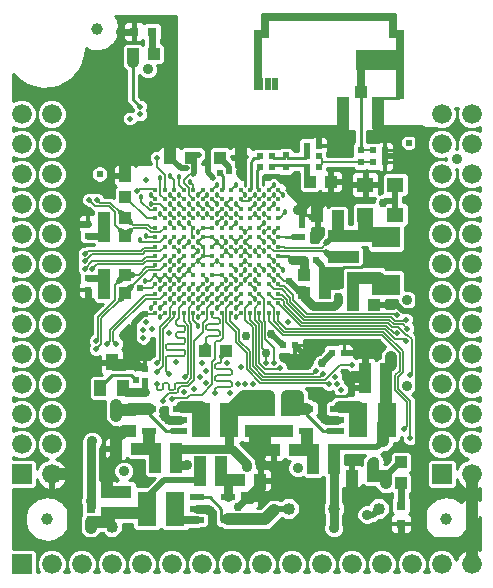
<source format=gbr>
G75*
G70*
%OFA0B0*%
%FSLAX24Y24*%
%IPPOS*%
%LPD*%
%AMOC8*
5,1,8,0,0,1.08239X$1,22.5*
%
%ADD10R,0.0240X0.0230*%
%ADD11R,0.0230X0.0240*%
%ADD12R,0.0400X0.0400*%
%ADD13R,0.0945X0.0709*%
%ADD14R,0.0394X0.0551*%
%ADD15R,0.0315X0.0315*%
%ADD16R,0.0472X0.0217*%
%ADD17R,0.0630X0.1181*%
%ADD18C,0.0400*%
%ADD19C,0.0394*%
%ADD20C,0.0157*%
%ADD21C,0.0197*%
%ADD22R,0.0660X0.0660*%
%ADD23C,0.0660*%
%ADD24R,0.0300X0.0200*%
%ADD25R,0.0250X0.2300*%
%ADD26R,0.0300X0.1300*%
%ADD27R,0.1600X0.0700*%
%ADD28R,0.0500X0.0250*%
%ADD29R,0.4500X0.0250*%
%ADD30R,0.0250X0.0800*%
%ADD31R,0.0250X0.2000*%
%ADD32R,0.0200X0.0400*%
%ADD33C,0.0100*%
%ADD34R,0.0433X0.0866*%
%ADD35R,0.0394X0.0433*%
%ADD36C,0.0300*%
%ADD37R,0.0551X0.0472*%
%ADD38C,0.0050*%
%ADD39C,0.0180*%
%ADD40C,0.0400*%
%ADD41C,0.0354*%
%ADD42C,0.0240*%
%ADD43C,0.0295*%
%ADD44C,0.0200*%
%ADD45C,0.0237*%
%ADD46C,0.0300*%
%ADD47C,0.0198*%
%ADD48C,0.0150*%
%ADD49C,0.0080*%
%ADD50C,0.0500*%
%ADD51C,0.0180*%
%ADD52C,0.0070*%
%ADD53C,0.0250*%
D10*
X013352Y015338D03*
X013752Y015338D03*
X015002Y015088D03*
X015402Y015088D03*
X014452Y018188D03*
X014052Y018188D03*
X014152Y021288D03*
X014152Y021638D03*
X014152Y021988D03*
X014552Y021988D03*
X014552Y021638D03*
X014552Y021288D03*
X013002Y021288D03*
X013002Y021638D03*
X012602Y021638D03*
X012602Y021288D03*
X016352Y021438D03*
X016752Y021438D03*
X016752Y021838D03*
X016352Y021838D03*
D11*
X015952Y021838D03*
X015952Y021438D03*
X014002Y019338D03*
X014002Y018938D03*
X013452Y021258D03*
X013452Y021658D03*
X008752Y014538D03*
X008752Y014138D03*
X006852Y017188D03*
X006852Y017588D03*
X006852Y018988D03*
X006852Y019388D03*
D12*
X007402Y019588D03*
X007402Y018988D03*
X008102Y018988D03*
X008102Y019588D03*
X008102Y020288D03*
X008102Y020988D03*
X009602Y021588D03*
X010302Y021588D03*
X011252Y021588D03*
X011952Y021588D03*
X014252Y020788D03*
X014952Y020788D03*
X015202Y019638D03*
X015052Y018988D03*
X015052Y018288D03*
X014752Y017688D03*
X014752Y017088D03*
X014052Y017088D03*
X014052Y017688D03*
X014502Y019638D03*
X015702Y018288D03*
X015702Y017588D03*
X015702Y016688D03*
X016402Y016688D03*
X016102Y014538D03*
X016102Y013938D03*
X016802Y013938D03*
X016802Y014538D03*
X015052Y011838D03*
X015052Y011238D03*
X014352Y011238D03*
X014352Y011838D03*
X013752Y011838D03*
X013502Y012488D03*
X012902Y012488D03*
X013052Y011838D03*
X012302Y012488D03*
X012302Y013188D03*
X012902Y013188D03*
X013502Y013188D03*
X012602Y010838D03*
X012152Y010238D03*
X011902Y010838D03*
X011302Y010838D03*
X011302Y011438D03*
X010602Y011438D03*
X010602Y010838D03*
X009802Y011288D03*
X009802Y011888D03*
X009102Y011888D03*
X009102Y011288D03*
X008502Y011888D03*
X008252Y012488D03*
X008252Y013188D03*
X007802Y011888D03*
X007502Y010438D03*
X008102Y010438D03*
X008102Y009738D03*
X007502Y009738D03*
X010752Y015138D03*
X011452Y015138D03*
X008102Y017088D03*
X008102Y017688D03*
X007402Y017688D03*
X007402Y017088D03*
X012152Y009538D03*
X015652Y010988D03*
X016352Y010988D03*
X017302Y010738D03*
X017302Y011438D03*
X009052Y025038D03*
X008352Y025038D03*
D13*
X016802Y018926D03*
X016802Y017351D03*
D14*
X008026Y013905D03*
X007652Y014771D03*
X007278Y013905D03*
D15*
X008402Y025788D03*
X009002Y025788D03*
X017302Y009988D03*
X017302Y009388D03*
D16*
X015164Y012464D03*
X015164Y012838D03*
X015164Y013212D03*
X014141Y013212D03*
X014141Y012464D03*
X011514Y010262D03*
X011514Y009514D03*
X010491Y009514D03*
X010491Y009888D03*
X010491Y010262D03*
X009914Y012464D03*
X009914Y012838D03*
X009914Y013212D03*
X008891Y013212D03*
X008891Y012464D03*
D17*
X010630Y012838D03*
X011575Y012838D03*
X009775Y009888D03*
X008830Y009888D03*
X015880Y012838D03*
X016825Y012838D03*
D18*
X016552Y009888D03*
X015052Y009888D03*
X013552Y009888D03*
X007652Y009288D03*
X019652Y009888D03*
D19*
X018802Y009538D03*
X007152Y025888D03*
X005502Y009538D03*
D20*
X009113Y016416D03*
X009428Y016416D03*
X009428Y016731D03*
X009113Y016731D03*
X009113Y017046D03*
X009428Y017046D03*
X009428Y017361D03*
X009113Y017361D03*
X009113Y017676D03*
X009428Y017676D03*
X009428Y017991D03*
X009113Y017991D03*
X009113Y018306D03*
X009428Y018306D03*
X009428Y018621D03*
X009113Y018621D03*
X009113Y018936D03*
X009113Y019251D03*
X009113Y019566D03*
X009113Y019881D03*
X009113Y020196D03*
X009113Y020511D03*
X009428Y020511D03*
X009428Y020196D03*
X009428Y019881D03*
X009428Y019566D03*
X009428Y019251D03*
X009428Y018936D03*
X009743Y018936D03*
X009743Y018621D03*
X009743Y018306D03*
X009743Y017991D03*
X009743Y017676D03*
X009743Y017361D03*
X009743Y017046D03*
X009743Y016731D03*
X009743Y016416D03*
X010058Y016416D03*
X010373Y016416D03*
X010688Y016416D03*
X010688Y016731D03*
X010373Y016731D03*
X010058Y016731D03*
X010058Y017046D03*
X010373Y017046D03*
X010688Y017046D03*
X010688Y017361D03*
X010373Y017361D03*
X010058Y017361D03*
X010058Y017676D03*
X010373Y017676D03*
X010688Y017676D03*
X010688Y017991D03*
X010373Y017991D03*
X010058Y017991D03*
X010058Y018306D03*
X010373Y018306D03*
X010688Y018306D03*
X010688Y018621D03*
X010688Y018936D03*
X010688Y019251D03*
X010688Y019566D03*
X010688Y019881D03*
X010688Y020196D03*
X010688Y020511D03*
X010373Y020511D03*
X010058Y020511D03*
X009743Y020511D03*
X009743Y020196D03*
X010058Y020196D03*
X010373Y020196D03*
X010373Y019881D03*
X010373Y019566D03*
X010373Y019251D03*
X010373Y018936D03*
X010373Y018621D03*
X010058Y018621D03*
X010058Y018936D03*
X010058Y019251D03*
X010058Y019566D03*
X010058Y019881D03*
X009743Y019881D03*
X009743Y019566D03*
X009743Y019251D03*
X011003Y019251D03*
X011318Y019251D03*
X011633Y019251D03*
X011633Y018936D03*
X011633Y018621D03*
X011633Y018306D03*
X011633Y017991D03*
X011633Y017676D03*
X011633Y017361D03*
X011633Y017046D03*
X011633Y016731D03*
X011633Y016416D03*
X011318Y016416D03*
X011003Y016416D03*
X011003Y016731D03*
X011318Y016731D03*
X011318Y017046D03*
X011003Y017046D03*
X011003Y017361D03*
X011318Y017361D03*
X011318Y017676D03*
X011003Y017676D03*
X011003Y017991D03*
X011318Y017991D03*
X011318Y018306D03*
X011318Y018621D03*
X011318Y018936D03*
X011003Y018936D03*
X011003Y018621D03*
X011003Y018306D03*
X011948Y018306D03*
X012263Y018306D03*
X012578Y018306D03*
X012578Y017991D03*
X012578Y017676D03*
X012578Y017361D03*
X012578Y017046D03*
X012578Y016731D03*
X012578Y016416D03*
X012263Y016416D03*
X011948Y016416D03*
X011948Y016731D03*
X012263Y016731D03*
X012263Y017046D03*
X012263Y017361D03*
X012263Y017676D03*
X012263Y017991D03*
X011948Y017991D03*
X011948Y017676D03*
X011948Y017361D03*
X011948Y017046D03*
X012893Y017046D03*
X013208Y017046D03*
X013208Y016731D03*
X013208Y016416D03*
X012893Y016416D03*
X012893Y016731D03*
X012893Y017361D03*
X013208Y017361D03*
X013208Y017676D03*
X013208Y017991D03*
X013208Y018306D03*
X013208Y018621D03*
X013208Y018936D03*
X013208Y019251D03*
X013208Y019566D03*
X013208Y019881D03*
X013208Y020196D03*
X013208Y020511D03*
X012893Y020511D03*
X012893Y020196D03*
X012893Y019881D03*
X012893Y019566D03*
X012893Y019251D03*
X012893Y018936D03*
X012893Y018621D03*
X012893Y018306D03*
X012893Y017991D03*
X012893Y017676D03*
X012578Y018621D03*
X012578Y018936D03*
X012578Y019251D03*
X012578Y019566D03*
X012578Y019881D03*
X012578Y020196D03*
X012578Y020511D03*
X012263Y020511D03*
X012263Y020196D03*
X012263Y019881D03*
X012263Y019566D03*
X012263Y019251D03*
X012263Y018936D03*
X012263Y018621D03*
X011948Y018621D03*
X011948Y018936D03*
X011948Y019251D03*
X011948Y019566D03*
X011948Y019881D03*
X011948Y020196D03*
X011948Y020511D03*
X011633Y020511D03*
X011633Y020196D03*
X011633Y019881D03*
X011633Y019566D03*
X011318Y019566D03*
X011318Y019881D03*
X011318Y020196D03*
X011318Y020511D03*
X011003Y020511D03*
X011003Y020196D03*
X011003Y019881D03*
X011003Y019566D03*
D21*
X008798Y020826D03*
X008798Y016101D03*
X013523Y016101D03*
D22*
X018652Y011038D03*
X004652Y011038D03*
X004652Y008038D03*
D23*
X005652Y008038D03*
X006652Y008038D03*
X007652Y008038D03*
X008652Y008038D03*
X009652Y008038D03*
X010652Y008038D03*
X011652Y008038D03*
X012652Y008038D03*
X013652Y008038D03*
X014652Y008038D03*
X015652Y008038D03*
X016652Y008038D03*
X017652Y008038D03*
X018652Y008038D03*
X019652Y008038D03*
X019652Y011038D03*
X019652Y012038D03*
X019652Y013038D03*
X019652Y014038D03*
X018652Y014038D03*
X018652Y013038D03*
X018652Y012038D03*
X018652Y015038D03*
X018652Y016038D03*
X018652Y017038D03*
X018652Y018038D03*
X018652Y019038D03*
X018652Y020038D03*
X018652Y021038D03*
X018652Y022038D03*
X018652Y023038D03*
X019652Y023038D03*
X019652Y022038D03*
X019652Y021038D03*
X019652Y020038D03*
X019652Y019038D03*
X019652Y018038D03*
X019652Y017038D03*
X019652Y016038D03*
X019652Y015038D03*
X005652Y015038D03*
X005652Y016038D03*
X005652Y017038D03*
X005652Y018038D03*
X004652Y018038D03*
X004652Y017038D03*
X004652Y016038D03*
X004652Y015038D03*
X004652Y014038D03*
X004652Y013038D03*
X004652Y012038D03*
X005652Y012038D03*
X005652Y013038D03*
X005652Y014038D03*
X005652Y011038D03*
X005652Y019038D03*
X005652Y020038D03*
X005652Y021038D03*
X005652Y022038D03*
X004652Y022038D03*
X004652Y021038D03*
X004652Y020038D03*
X004652Y019038D03*
X004652Y023038D03*
X005652Y023038D03*
D24*
X006952Y009838D03*
X006952Y009538D03*
D25*
X017277Y024688D03*
D26*
X015952Y024538D03*
D27*
X016602Y024838D03*
D28*
X017152Y025713D03*
X012652Y025713D03*
D29*
X014902Y026263D03*
D30*
X012777Y025988D03*
X017027Y025988D03*
D31*
X012527Y024838D03*
D32*
X012602Y024038D03*
X012852Y024038D03*
X013102Y024038D03*
D33*
X005152Y008439D02*
X005152Y007758D01*
X005227Y007758D01*
X005152Y007939D01*
X005152Y008138D01*
X005229Y008322D01*
X005369Y008462D01*
X005553Y008538D01*
X005752Y008538D01*
X005936Y008462D01*
X006369Y008462D01*
X006229Y008322D01*
X006152Y008138D01*
X006076Y008322D01*
X005936Y008462D01*
X006035Y008363D02*
X006270Y008363D01*
X006205Y008265D02*
X006100Y008265D01*
X006141Y008166D02*
X006164Y008166D01*
X006152Y008138D02*
X006152Y007939D01*
X006078Y007758D01*
X006227Y007758D01*
X006152Y007939D01*
X006152Y008138D01*
X006152Y008068D02*
X006152Y008068D01*
X006152Y007969D02*
X006152Y007969D01*
X006124Y007870D02*
X006181Y007870D01*
X006222Y007772D02*
X006083Y007772D01*
X006369Y008462D02*
X006553Y008538D01*
X006752Y008538D01*
X006936Y008462D01*
X007369Y008462D01*
X007229Y008322D01*
X007152Y008138D01*
X007076Y008322D01*
X006936Y008462D01*
X007035Y008363D02*
X007270Y008363D01*
X007205Y008265D02*
X007100Y008265D01*
X007141Y008166D02*
X007164Y008166D01*
X007152Y008138D02*
X007152Y007939D01*
X007078Y007758D01*
X007227Y007758D01*
X007152Y007939D01*
X007152Y008138D01*
X007152Y008068D02*
X007152Y008068D01*
X007152Y007969D02*
X007152Y007969D01*
X007124Y007870D02*
X007181Y007870D01*
X007222Y007772D02*
X007083Y007772D01*
X007369Y008462D02*
X007553Y008538D01*
X007752Y008538D01*
X007936Y008462D01*
X008369Y008462D01*
X008229Y008322D01*
X008152Y008138D01*
X008076Y008322D01*
X007936Y008462D01*
X008035Y008363D02*
X008270Y008363D01*
X008205Y008265D02*
X008100Y008265D01*
X008141Y008166D02*
X008164Y008166D01*
X008152Y008138D02*
X008152Y007939D01*
X008078Y007758D01*
X008227Y007758D01*
X008152Y007939D01*
X008152Y008138D01*
X008152Y008068D02*
X008152Y008068D01*
X008152Y007969D02*
X008152Y007969D01*
X008124Y007870D02*
X008181Y007870D01*
X008222Y007772D02*
X008083Y007772D01*
X008369Y008462D02*
X008553Y008538D01*
X008752Y008538D01*
X008936Y008462D01*
X009369Y008462D01*
X009229Y008322D01*
X009152Y008138D01*
X009076Y008322D01*
X008936Y008462D01*
X009035Y008363D02*
X009270Y008363D01*
X009205Y008265D02*
X009100Y008265D01*
X009141Y008166D02*
X009164Y008166D01*
X009152Y008138D02*
X009152Y007939D01*
X009078Y007758D01*
X009227Y007758D01*
X009152Y007939D01*
X009152Y008138D01*
X009152Y008068D02*
X009152Y008068D01*
X009152Y007969D02*
X009152Y007969D01*
X009124Y007870D02*
X009181Y007870D01*
X009222Y007772D02*
X009083Y007772D01*
X009369Y008462D02*
X009553Y008538D01*
X009752Y008538D01*
X009936Y008462D01*
X010369Y008462D01*
X010229Y008322D01*
X010152Y008138D01*
X010076Y008322D01*
X009936Y008462D01*
X010035Y008363D02*
X010270Y008363D01*
X010205Y008265D02*
X010100Y008265D01*
X010141Y008166D02*
X010164Y008166D01*
X010152Y008138D02*
X010152Y007939D01*
X010078Y007758D01*
X010227Y007758D01*
X010152Y007939D01*
X010152Y008138D01*
X010152Y008068D02*
X010152Y008068D01*
X010152Y007969D02*
X010152Y007969D01*
X010124Y007870D02*
X010181Y007870D01*
X010222Y007772D02*
X010083Y007772D01*
X010369Y008462D02*
X010553Y008538D01*
X010752Y008538D01*
X010936Y008462D01*
X011369Y008462D01*
X011229Y008322D01*
X011152Y008138D01*
X011076Y008322D01*
X010936Y008462D01*
X011035Y008363D02*
X011270Y008363D01*
X011205Y008265D02*
X011100Y008265D01*
X011141Y008166D02*
X011164Y008166D01*
X011152Y008138D02*
X011152Y007939D01*
X011078Y007758D01*
X011227Y007758D01*
X011152Y007939D01*
X011152Y008138D01*
X011152Y008068D02*
X011152Y008068D01*
X011152Y007969D02*
X011152Y007969D01*
X011124Y007870D02*
X011181Y007870D01*
X011222Y007772D02*
X011083Y007772D01*
X011369Y008462D02*
X011553Y008538D01*
X011752Y008538D01*
X011936Y008462D01*
X012369Y008462D01*
X012229Y008322D01*
X012152Y008138D01*
X012076Y008322D01*
X011936Y008462D01*
X012035Y008363D02*
X012270Y008363D01*
X012205Y008265D02*
X012100Y008265D01*
X012141Y008166D02*
X012164Y008166D01*
X012152Y008138D02*
X012152Y007939D01*
X012078Y007758D01*
X012227Y007758D01*
X012152Y007939D01*
X012152Y008138D01*
X012152Y008068D02*
X012152Y008068D01*
X012152Y007969D02*
X012152Y007969D01*
X012124Y007870D02*
X012181Y007870D01*
X012222Y007772D02*
X012083Y007772D01*
X012369Y008462D02*
X012553Y008538D01*
X012752Y008538D01*
X012936Y008462D01*
X013369Y008462D01*
X013229Y008322D01*
X013152Y008138D01*
X013076Y008322D01*
X012936Y008462D01*
X013035Y008363D02*
X013270Y008363D01*
X013205Y008265D02*
X013100Y008265D01*
X013141Y008166D02*
X013164Y008166D01*
X013152Y008138D02*
X013152Y007939D01*
X013078Y007758D01*
X013227Y007758D01*
X013152Y007939D01*
X013152Y008138D01*
X013152Y008068D02*
X013152Y008068D01*
X013152Y007969D02*
X013152Y007969D01*
X013124Y007870D02*
X013181Y007870D01*
X013222Y007772D02*
X013083Y007772D01*
X013369Y008462D02*
X013553Y008538D01*
X013752Y008538D01*
X013936Y008462D01*
X014369Y008462D01*
X014229Y008322D01*
X014152Y008138D01*
X014076Y008322D01*
X013936Y008462D01*
X014035Y008363D02*
X014270Y008363D01*
X014205Y008265D02*
X014100Y008265D01*
X014141Y008166D02*
X014164Y008166D01*
X014152Y008138D02*
X014152Y007939D01*
X014078Y007758D01*
X014227Y007758D01*
X014152Y007939D01*
X014152Y008138D01*
X014152Y008068D02*
X014152Y008068D01*
X014152Y007969D02*
X014152Y007969D01*
X014124Y007870D02*
X014181Y007870D01*
X014222Y007772D02*
X014083Y007772D01*
X014369Y008462D02*
X014553Y008538D01*
X014752Y008538D01*
X014936Y008462D01*
X015369Y008462D01*
X015229Y008322D01*
X015152Y008138D01*
X015076Y008322D01*
X014936Y008462D01*
X015035Y008363D02*
X015270Y008363D01*
X015205Y008265D02*
X015100Y008265D01*
X015141Y008166D02*
X015164Y008166D01*
X015152Y008138D02*
X015152Y007939D01*
X015078Y007758D01*
X015227Y007758D01*
X015152Y007939D01*
X015152Y008138D01*
X015152Y008068D02*
X015152Y008068D01*
X015152Y007969D02*
X015152Y007969D01*
X015124Y007870D02*
X015181Y007870D01*
X015222Y007772D02*
X015083Y007772D01*
X015369Y008462D02*
X015553Y008538D01*
X015752Y008538D01*
X015936Y008462D01*
X016369Y008462D01*
X016229Y008322D01*
X016152Y008138D01*
X016076Y008322D01*
X015936Y008462D01*
X016035Y008363D02*
X016270Y008363D01*
X016205Y008265D02*
X016100Y008265D01*
X016141Y008166D02*
X016164Y008166D01*
X016152Y008138D02*
X016152Y007939D01*
X016078Y007758D01*
X016227Y007758D01*
X016152Y007939D01*
X016152Y008138D01*
X016152Y008068D02*
X016152Y008068D01*
X016152Y007969D02*
X016152Y007969D01*
X016124Y007870D02*
X016181Y007870D01*
X016222Y007772D02*
X016083Y007772D01*
X016369Y008462D02*
X016553Y008538D01*
X016752Y008538D01*
X016936Y008462D01*
X017369Y008462D01*
X017229Y008322D01*
X017152Y008138D01*
X017076Y008322D01*
X016936Y008462D01*
X017035Y008363D02*
X017270Y008363D01*
X017205Y008265D02*
X017100Y008265D01*
X017141Y008166D02*
X017164Y008166D01*
X017152Y008138D02*
X017152Y007939D01*
X017078Y007758D01*
X017227Y007758D01*
X017152Y007939D01*
X017152Y008138D01*
X017152Y008068D02*
X017152Y008068D01*
X017152Y007969D02*
X017152Y007969D01*
X017124Y007870D02*
X017181Y007870D01*
X017222Y007772D02*
X017083Y007772D01*
X017369Y008462D02*
X017553Y008538D01*
X017752Y008538D01*
X017936Y008462D01*
X018369Y008462D01*
X018229Y008322D01*
X018152Y008138D01*
X018076Y008322D01*
X017936Y008462D01*
X018035Y008363D02*
X018270Y008363D01*
X018205Y008265D02*
X018100Y008265D01*
X018141Y008166D02*
X018164Y008166D01*
X018152Y008138D02*
X018152Y007939D01*
X018078Y007758D01*
X018227Y007758D01*
X018152Y007939D01*
X018152Y008138D01*
X018152Y008068D02*
X018152Y008068D01*
X018152Y007969D02*
X018152Y007969D01*
X018124Y007870D02*
X018181Y007870D01*
X018222Y007772D02*
X018083Y007772D01*
X018369Y008462D02*
X018553Y008538D01*
X018752Y008538D01*
X018936Y008462D01*
X019326Y008462D01*
X019352Y008488D02*
X019203Y008339D01*
X019136Y008177D01*
X019076Y008322D01*
X018936Y008462D01*
X019035Y008363D02*
X019228Y008363D01*
X019173Y008265D02*
X019100Y008265D01*
X019352Y008488D02*
X019547Y008568D01*
X019602Y008568D01*
X019602Y008089D01*
X019702Y008089D01*
X019702Y008568D01*
X019758Y008568D01*
X019932Y008496D01*
X019932Y009603D01*
X019818Y009488D01*
X019702Y009488D01*
X019702Y009838D01*
X019602Y009838D01*
X019602Y009488D01*
X019556Y009488D01*
X019555Y009470D01*
X019546Y009401D01*
X019546Y009401D01*
X019530Y009334D01*
X019530Y009334D01*
X019509Y009269D01*
X019509Y009269D01*
X019481Y009206D01*
X019481Y009206D01*
X019448Y009146D01*
X019448Y009146D01*
X019410Y009089D01*
X019410Y009088D01*
X019367Y009035D01*
X019367Y009035D01*
X019318Y008986D01*
X019318Y008986D01*
X019266Y008941D01*
X019266Y008941D01*
X019210Y008902D01*
X019210Y008902D01*
X019150Y008867D01*
X019150Y008867D01*
X019088Y008838D01*
X019088Y008838D01*
X019023Y008815D01*
X019023Y008815D01*
X018956Y008798D01*
X018956Y008798D01*
X018888Y008787D01*
X018888Y008787D01*
X018820Y008783D01*
X018820Y008783D01*
X018751Y008784D01*
X018751Y008784D01*
X018682Y008792D01*
X018682Y008792D01*
X018615Y008806D01*
X018615Y008806D01*
X018549Y008826D01*
X018549Y008826D01*
X018486Y008852D01*
X018486Y008852D01*
X018424Y008884D01*
X018424Y008884D01*
X018366Y008921D01*
X018366Y008921D01*
X018312Y008963D01*
X018312Y008963D01*
X018262Y009010D01*
X018262Y009010D01*
X018216Y009061D01*
X018216Y009061D01*
X018175Y009117D01*
X018175Y009117D01*
X018139Y009175D01*
X018109Y009237D01*
X018084Y009301D01*
X018066Y009368D01*
X018053Y009435D01*
X018047Y009504D01*
X018047Y009573D01*
X018053Y009641D01*
X018066Y009709D01*
X018066Y009709D01*
X018084Y009775D01*
X018084Y009775D01*
X018109Y009840D01*
X018109Y009840D01*
X018139Y009901D01*
X018139Y009901D01*
X018175Y009960D01*
X018175Y009960D01*
X018216Y010015D01*
X018216Y010016D01*
X018262Y010067D01*
X018262Y010067D01*
X018312Y010114D01*
X018312Y010114D01*
X018366Y010156D01*
X018366Y010156D01*
X018424Y010193D01*
X018424Y010193D01*
X018486Y010225D01*
X018486Y010225D01*
X018549Y010251D01*
X018549Y010251D01*
X018615Y010271D01*
X018615Y010271D01*
X018682Y010285D01*
X018682Y010285D01*
X018751Y010293D01*
X018751Y010293D01*
X018820Y010294D01*
X018820Y010294D01*
X018888Y010290D01*
X018888Y010290D01*
X018956Y010279D01*
X018956Y010279D01*
X019023Y010262D01*
X019023Y010262D01*
X019088Y010239D01*
X019088Y010239D01*
X019150Y010210D01*
X019150Y010210D01*
X019210Y010175D01*
X019210Y010175D01*
X019266Y010136D01*
X019266Y010136D01*
X019303Y010104D01*
X019487Y010288D01*
X019602Y010288D01*
X019602Y009939D01*
X019702Y009939D01*
X019702Y010288D01*
X019818Y010288D01*
X019932Y010174D01*
X019932Y010581D01*
X019758Y010508D01*
X019702Y010508D01*
X019702Y010988D01*
X019602Y010988D01*
X019602Y010508D01*
X019547Y010508D01*
X019352Y010589D01*
X019203Y010738D01*
X019152Y010861D01*
X019152Y010638D01*
X019053Y010538D01*
X018252Y010538D01*
X018152Y010638D01*
X018152Y011439D01*
X018252Y011538D01*
X019053Y011538D01*
X019152Y011439D01*
X019152Y011216D01*
X019203Y011339D01*
X019352Y011488D01*
X019514Y011555D01*
X019369Y011615D01*
X018936Y011615D01*
X019076Y011755D01*
X019152Y011939D01*
X019152Y012138D01*
X019076Y012322D01*
X018936Y012462D01*
X018752Y012538D01*
X018553Y012538D01*
X018369Y012462D01*
X018229Y012322D01*
X018152Y012138D01*
X018152Y011939D01*
X018229Y011755D01*
X018369Y011615D01*
X017672Y011615D01*
X017672Y011709D02*
X017672Y011168D01*
X017593Y011088D01*
X017672Y011009D01*
X017672Y010468D01*
X017592Y010388D01*
X017592Y010254D01*
X017630Y010216D01*
X017630Y009761D01*
X017579Y009710D01*
X017660Y009629D01*
X017660Y009417D01*
X017331Y009417D01*
X017331Y009360D01*
X017660Y009360D01*
X017660Y009148D01*
X017543Y009031D01*
X017331Y009031D01*
X017331Y009359D01*
X017274Y009359D01*
X017274Y009031D01*
X017062Y009031D01*
X016945Y009148D01*
X016945Y009360D01*
X017273Y009360D01*
X017273Y009417D01*
X016945Y009417D01*
X016945Y009629D01*
X017026Y009710D01*
X016975Y009761D01*
X016975Y010216D01*
X017012Y010254D01*
X017012Y010388D01*
X016994Y010407D01*
X016956Y010368D01*
X016649Y010368D01*
X016432Y010585D01*
X016432Y010618D01*
X016199Y010618D01*
X016082Y010618D01*
X016024Y010677D01*
X015935Y010588D01*
X015702Y010588D01*
X015702Y010938D01*
X015602Y010938D01*
X015602Y010588D01*
X015372Y010588D01*
X015372Y010092D01*
X015422Y010042D01*
X015422Y009735D01*
X015372Y009685D01*
X015372Y009373D01*
X015400Y009307D01*
X015400Y009169D01*
X015347Y009042D01*
X015249Y008944D01*
X015121Y008891D01*
X014983Y008891D01*
X014856Y008944D01*
X014758Y009042D01*
X014705Y009169D01*
X014705Y009307D01*
X014732Y009373D01*
X014732Y009685D01*
X014682Y009735D01*
X014682Y010042D01*
X014732Y010092D01*
X014732Y010918D01*
X014702Y010948D01*
X014623Y010868D01*
X014082Y010868D01*
X014019Y010932D01*
X013921Y010891D01*
X013783Y010891D01*
X013656Y010944D01*
X013558Y011042D01*
X013505Y011169D01*
X013505Y011307D01*
X013558Y011435D01*
X013592Y011468D01*
X013482Y011468D01*
X013424Y011527D01*
X013335Y011438D01*
X013102Y011438D01*
X013102Y011788D01*
X013002Y011788D01*
X013002Y011438D01*
X012770Y011438D01*
X012652Y011556D01*
X012652Y011788D01*
X013002Y011788D01*
X013002Y011888D01*
X012652Y011888D01*
X012652Y012088D01*
X012620Y012088D01*
X012602Y012106D01*
X012585Y012088D01*
X012352Y012088D01*
X012352Y012438D01*
X012252Y012438D01*
X012252Y012088D01*
X012020Y012088D01*
X011995Y012113D01*
X011960Y012078D01*
X011915Y012078D01*
X012285Y011708D01*
X012472Y011521D01*
X012472Y011423D01*
X012500Y011357D01*
X012500Y011238D01*
X012552Y011238D01*
X012552Y010889D01*
X012652Y010889D01*
X012652Y011238D01*
X012885Y011238D01*
X013002Y011121D01*
X013002Y010888D01*
X012653Y010888D01*
X012653Y010788D01*
X013002Y010788D01*
X013002Y010556D01*
X012885Y010438D01*
X012652Y010438D01*
X012652Y010788D01*
X012552Y010788D01*
X012552Y010438D01*
X012552Y010438D01*
X012552Y010288D01*
X012203Y010288D01*
X012203Y010188D01*
X012552Y010188D01*
X012552Y009956D01*
X012505Y009908D01*
X012599Y009908D01*
X012899Y010208D01*
X013206Y010208D01*
X013256Y010158D01*
X013299Y010158D01*
X013399Y010258D01*
X013706Y010258D01*
X013922Y010042D01*
X013922Y009735D01*
X013706Y009518D01*
X013399Y009518D01*
X013327Y009590D01*
X013122Y009385D01*
X012906Y009168D01*
X011999Y009168D01*
X011361Y009168D01*
X011293Y009236D01*
X011208Y009236D01*
X011108Y009336D01*
X011108Y009398D01*
X011082Y009423D01*
X011082Y009797D01*
X010927Y009953D01*
X010927Y009893D01*
X010495Y009893D01*
X010495Y009884D01*
X010927Y009884D01*
X010927Y009697D01*
X010897Y009667D01*
X010897Y009336D01*
X010797Y009236D01*
X010629Y009236D01*
X010613Y009219D01*
X010252Y009219D01*
X010160Y009128D01*
X009389Y009128D01*
X009302Y009215D01*
X009215Y009128D01*
X008445Y009128D01*
X008345Y009227D01*
X008345Y009368D01*
X008022Y009368D01*
X008022Y009135D01*
X007806Y008918D01*
X007499Y008918D01*
X007349Y009068D01*
X007306Y009068D01*
X007106Y008868D01*
X006799Y008868D01*
X006582Y009085D01*
X006582Y009592D01*
X006632Y009642D01*
X006632Y009668D01*
X006632Y009806D01*
X006632Y010004D01*
X006605Y010069D01*
X006605Y010207D01*
X006632Y010273D01*
X006632Y011956D01*
X006632Y012221D01*
X006681Y012269D01*
X006708Y012335D01*
X006806Y012433D01*
X006933Y012486D01*
X007071Y012486D01*
X007199Y012433D01*
X007297Y012335D01*
X007350Y012207D01*
X007350Y012069D01*
X007297Y011942D01*
X007272Y011917D01*
X007272Y010838D01*
X007452Y010838D01*
X007452Y010489D01*
X007552Y010489D01*
X007552Y010838D01*
X007785Y010838D01*
X007802Y010821D01*
X007820Y010838D01*
X007870Y010838D01*
X007856Y010844D01*
X007758Y010942D01*
X007705Y011069D01*
X007705Y011207D01*
X007758Y011335D01*
X007856Y011433D01*
X007983Y011486D01*
X008121Y011486D01*
X008249Y011433D01*
X008347Y011335D01*
X008400Y011207D01*
X008400Y011069D01*
X008347Y010942D01*
X008249Y010844D01*
X008235Y010838D01*
X008385Y010838D01*
X008502Y010721D01*
X008502Y010649D01*
X008831Y010649D01*
X009101Y010918D01*
X008832Y010918D01*
X008732Y011018D01*
X008732Y011518D01*
X008232Y011518D01*
X008174Y011577D01*
X008085Y011488D01*
X007852Y011488D01*
X007852Y011838D01*
X007752Y011838D01*
X007752Y011488D01*
X007520Y011488D01*
X007402Y011606D01*
X007402Y011838D01*
X007752Y011838D01*
X007752Y011938D01*
X007402Y011938D01*
X007402Y012171D01*
X007520Y012288D01*
X007752Y012288D01*
X007752Y011939D01*
X007852Y011939D01*
X007852Y012288D01*
X007852Y012288D01*
X007852Y012438D01*
X008202Y012438D01*
X008202Y012538D01*
X007852Y012538D01*
X007852Y012618D01*
X007649Y012618D01*
X007432Y012835D01*
X007432Y013035D01*
X007432Y013342D01*
X007432Y013460D01*
X007011Y013460D01*
X006912Y013559D01*
X006912Y014251D01*
X007011Y014351D01*
X007318Y014351D01*
X007256Y014413D01*
X007256Y014723D01*
X007604Y014723D01*
X007604Y014820D01*
X007256Y014820D01*
X007256Y014975D01*
X007181Y014944D01*
X007074Y014944D01*
X006975Y014985D01*
X006899Y015061D01*
X006858Y015160D01*
X006858Y015267D01*
X006888Y015338D01*
X006858Y015410D01*
X006858Y015517D01*
X006899Y015616D01*
X006975Y015691D01*
X007007Y015705D01*
X007007Y016208D01*
X007007Y016369D01*
X007357Y016718D01*
X007249Y016718D01*
X007132Y016718D01*
X007032Y016818D01*
X007032Y016868D01*
X006860Y016868D01*
X006860Y017181D01*
X006845Y017181D01*
X006845Y016868D01*
X006655Y016868D01*
X006537Y016986D01*
X006537Y017181D01*
X006845Y017181D01*
X006845Y017196D01*
X006537Y017196D01*
X006537Y017391D01*
X006567Y017421D01*
X006567Y017463D01*
X006562Y017468D01*
X006562Y017698D01*
X006524Y017736D01*
X006483Y017835D01*
X006483Y017942D01*
X006513Y018013D01*
X006483Y018085D01*
X006483Y018192D01*
X006513Y018263D01*
X006483Y018335D01*
X006483Y018442D01*
X006524Y018541D01*
X006600Y018616D01*
X006699Y018657D01*
X006746Y018657D01*
X006772Y018683D01*
X007067Y018683D01*
X007052Y018698D01*
X006732Y018698D01*
X006667Y018698D01*
X006567Y018798D01*
X006567Y018863D01*
X006562Y018868D01*
X006562Y019109D01*
X006567Y019114D01*
X006567Y019156D01*
X006537Y019186D01*
X006537Y019381D01*
X006845Y019381D01*
X006845Y019396D01*
X006845Y019708D01*
X006655Y019708D01*
X006537Y019591D01*
X006537Y019396D01*
X006845Y019396D01*
X006860Y019396D01*
X006860Y019708D01*
X007032Y019708D01*
X007032Y019742D01*
X007032Y019793D01*
X007022Y019793D01*
X006896Y019919D01*
X006849Y019919D01*
X006750Y019960D01*
X006674Y020036D01*
X006633Y020135D01*
X006633Y020242D01*
X006674Y020341D01*
X006750Y020416D01*
X006849Y020457D01*
X006956Y020457D01*
X007027Y020428D01*
X007099Y020457D01*
X007206Y020457D01*
X007305Y020416D01*
X007381Y020341D01*
X007404Y020283D01*
X007683Y020283D01*
X007732Y020234D01*
X007732Y020559D01*
X007791Y020617D01*
X007702Y020706D01*
X007702Y020938D01*
X008052Y020938D01*
X008052Y021038D01*
X007702Y021038D01*
X007702Y021271D01*
X007820Y021388D01*
X008052Y021388D01*
X008052Y021039D01*
X008152Y021039D01*
X008152Y021388D01*
X008385Y021388D01*
X008458Y021316D01*
X008506Y021363D01*
X008899Y021363D01*
X008957Y021363D01*
X008957Y021369D01*
X008957Y021403D01*
X008924Y021436D01*
X008883Y021535D01*
X008883Y021642D01*
X008924Y021741D01*
X009000Y021816D01*
X009099Y021857D01*
X009202Y021857D01*
X009202Y021871D01*
X009320Y021988D01*
X009552Y021988D01*
X009552Y021639D01*
X009652Y021639D01*
X009652Y021988D01*
X009885Y021988D01*
X009974Y021900D01*
X010032Y021958D01*
X010291Y021958D01*
X010675Y021958D01*
X010833Y021800D01*
X010833Y021577D01*
X010675Y021418D01*
X010672Y021418D01*
X010672Y021377D01*
X010672Y021363D01*
X010882Y021363D01*
X010882Y021859D01*
X010982Y021958D01*
X011523Y021958D01*
X011581Y021900D01*
X011670Y021988D01*
X011902Y021988D01*
X011902Y021639D01*
X012002Y021639D01*
X012002Y021988D01*
X012235Y021988D01*
X012352Y021871D01*
X012352Y021864D01*
X012412Y021923D01*
X012793Y021923D01*
X012802Y021914D01*
X012812Y021923D01*
X013193Y021923D01*
X013217Y021899D01*
X013267Y021948D01*
X013638Y021948D01*
X013737Y021849D01*
X013737Y021808D01*
X013862Y021808D01*
X013862Y021824D01*
X013862Y022174D01*
X013962Y022273D01*
X014320Y022273D01*
X014350Y022303D01*
X014545Y022303D01*
X014545Y021996D01*
X014560Y021996D01*
X014560Y022303D01*
X014755Y022303D01*
X014872Y022186D01*
X014872Y021996D01*
X014560Y021996D01*
X014560Y021981D01*
X014872Y021981D01*
X014872Y021791D01*
X014842Y021761D01*
X014842Y021648D01*
X015667Y021648D01*
X015667Y022029D01*
X015732Y022094D01*
X015732Y022468D01*
X015561Y022468D01*
X015474Y022555D01*
X015412Y022555D01*
X015412Y023138D01*
X015312Y023138D01*
X015312Y022555D01*
X015250Y022555D01*
X015164Y022468D01*
X012324Y022468D01*
X012141Y022468D01*
X012041Y022568D01*
X009911Y022568D01*
X009782Y022697D01*
X009782Y022880D01*
X009782Y026318D01*
X007773Y026318D01*
X007798Y026281D01*
X007831Y026221D01*
X007859Y026158D01*
X007880Y026092D01*
X007896Y026025D01*
X007905Y025957D01*
X007908Y025888D01*
X007905Y025820D01*
X007905Y025820D01*
X007896Y025751D01*
X007896Y025751D01*
X007880Y025684D01*
X007880Y025684D01*
X007859Y025619D01*
X007859Y025619D01*
X007831Y025556D01*
X007831Y025556D01*
X007798Y025496D01*
X007798Y025496D01*
X007760Y025439D01*
X007760Y025438D01*
X007717Y025385D01*
X007717Y025385D01*
X007668Y025336D01*
X007668Y025336D01*
X007616Y025291D01*
X007616Y025291D01*
X007560Y025252D01*
X007560Y025252D01*
X007500Y025217D01*
X007500Y025217D01*
X007438Y025188D01*
X007438Y025188D01*
X007373Y025165D01*
X007373Y025165D01*
X007306Y025148D01*
X007306Y025148D01*
X007238Y025137D01*
X007238Y025137D01*
X007170Y025133D01*
X007170Y025133D01*
X007101Y025134D01*
X007101Y025134D01*
X007032Y025142D01*
X007032Y025142D01*
X006965Y025156D01*
X006965Y025156D01*
X006899Y025176D01*
X006899Y025176D01*
X006836Y025202D01*
X006836Y025202D01*
X006787Y025227D01*
X006783Y025138D01*
X006766Y025014D01*
X006737Y024892D01*
X006698Y024773D01*
X006648Y024658D01*
X006588Y024548D01*
X006518Y024444D01*
X006439Y024347D01*
X006352Y024257D01*
X006352Y024257D01*
X006256Y024176D01*
X006256Y024176D01*
X006154Y024104D01*
X006154Y024104D01*
X006045Y024041D01*
X006045Y024041D01*
X005932Y023989D01*
X005932Y023989D01*
X005814Y023947D01*
X005814Y023947D01*
X005692Y023916D01*
X005692Y023916D01*
X005569Y023896D01*
X005569Y023896D01*
X005444Y023887D01*
X005444Y023887D01*
X005318Y023890D01*
X005318Y023890D01*
X005194Y023904D01*
X005194Y023904D01*
X005071Y023930D01*
X005071Y023930D01*
X004951Y023966D01*
X004951Y023966D01*
X004835Y024013D01*
X004835Y024013D01*
X004724Y024071D01*
X004724Y024071D01*
X004619Y024139D01*
X004619Y024139D01*
X004520Y024215D01*
X004520Y024215D01*
X004428Y024301D01*
X004428Y024301D01*
X004428Y024301D01*
X004372Y024364D01*
X004372Y023464D01*
X004553Y023538D01*
X004752Y023538D01*
X004936Y023462D01*
X005076Y023322D01*
X005152Y023138D01*
X005152Y022939D01*
X005076Y022755D01*
X004936Y022615D01*
X004752Y022538D01*
X004553Y022538D01*
X004372Y022464D01*
X004372Y022613D01*
X004553Y022538D01*
X004752Y022538D01*
X004936Y022462D01*
X005076Y022322D01*
X005152Y022138D01*
X005152Y021939D01*
X005076Y021755D01*
X004936Y021615D01*
X004752Y021538D01*
X004553Y021538D01*
X004372Y021464D01*
X004372Y021613D01*
X004553Y021538D01*
X004752Y021538D01*
X004936Y021462D01*
X005076Y021322D01*
X005152Y021138D01*
X005152Y020939D01*
X005076Y020755D01*
X004936Y020615D01*
X004752Y020538D01*
X004553Y020538D01*
X004372Y020464D01*
X004372Y020613D01*
X004553Y020538D01*
X004752Y020538D01*
X004936Y020462D01*
X005076Y020322D01*
X005152Y020138D01*
X005152Y019939D01*
X005076Y019755D01*
X004936Y019615D01*
X004752Y019538D01*
X004553Y019538D01*
X004372Y019464D01*
X004372Y019613D01*
X004553Y019538D01*
X004752Y019538D01*
X004936Y019462D01*
X005076Y019322D01*
X005152Y019138D01*
X005152Y018939D01*
X005076Y018755D01*
X004936Y018615D01*
X004752Y018538D01*
X004553Y018538D01*
X004372Y018464D01*
X004372Y018613D01*
X004553Y018538D01*
X004752Y018538D01*
X004936Y018462D01*
X005076Y018322D01*
X005152Y018138D01*
X005152Y017939D01*
X005076Y017755D01*
X004936Y017615D01*
X004752Y017538D01*
X004553Y017538D01*
X004372Y017464D01*
X004372Y017613D01*
X004553Y017538D01*
X004752Y017538D01*
X004936Y017462D01*
X005076Y017322D01*
X005152Y017138D01*
X005152Y016939D01*
X005076Y016755D01*
X004936Y016615D01*
X004752Y016538D01*
X004553Y016538D01*
X004372Y016464D01*
X004372Y016613D01*
X004553Y016538D01*
X004752Y016538D01*
X004936Y016462D01*
X005076Y016322D01*
X005152Y016138D01*
X005152Y015939D01*
X005076Y015755D01*
X004936Y015615D01*
X004752Y015538D01*
X004553Y015538D01*
X004372Y015464D01*
X004372Y015613D01*
X004553Y015538D01*
X004752Y015538D01*
X004936Y015462D01*
X005076Y015322D01*
X005152Y015138D01*
X005152Y014939D01*
X005076Y014755D01*
X004936Y014615D01*
X004752Y014538D01*
X004553Y014538D01*
X004372Y014464D01*
X004372Y014613D01*
X004553Y014538D01*
X004752Y014538D01*
X004936Y014462D01*
X005076Y014322D01*
X005152Y014138D01*
X005152Y013939D01*
X005076Y013755D01*
X004936Y013615D01*
X004752Y013538D01*
X004553Y013538D01*
X004372Y013464D01*
X004372Y013613D01*
X004553Y013538D01*
X004752Y013538D01*
X004936Y013462D01*
X005076Y013322D01*
X005152Y013138D01*
X005152Y012939D01*
X005076Y012755D01*
X004936Y012615D01*
X004752Y012538D01*
X004553Y012538D01*
X004372Y012464D01*
X004372Y012613D01*
X004553Y012538D01*
X004752Y012538D01*
X004936Y012462D01*
X005076Y012322D01*
X005152Y012138D01*
X005152Y011939D01*
X005076Y011755D01*
X004936Y011615D01*
X005369Y011615D01*
X005514Y011555D01*
X005352Y011488D01*
X005203Y011339D01*
X005152Y011216D01*
X005152Y011439D01*
X005053Y011538D01*
X004372Y011538D01*
X004372Y011613D01*
X004553Y011538D01*
X004752Y011538D01*
X004936Y011615D01*
X005035Y011714D02*
X005270Y011714D01*
X005229Y011755D02*
X005369Y011615D01*
X005422Y011517D02*
X005075Y011517D01*
X005152Y011418D02*
X005283Y011418D01*
X005195Y011319D02*
X005152Y011319D01*
X005152Y011221D02*
X005154Y011221D01*
X005152Y010861D02*
X005203Y010738D01*
X005352Y010589D01*
X005547Y010508D01*
X005602Y010508D01*
X005602Y010988D01*
X005702Y010988D01*
X005702Y010508D01*
X005758Y010508D01*
X005953Y010589D01*
X006102Y010738D01*
X006182Y010933D01*
X006182Y010988D01*
X005703Y010988D01*
X005703Y011088D01*
X006182Y011088D01*
X006182Y011144D01*
X006102Y011339D01*
X005953Y011488D01*
X005791Y011555D01*
X005936Y011615D01*
X006632Y011615D01*
X006632Y011517D02*
X005883Y011517D01*
X005936Y011615D02*
X006076Y011755D01*
X006152Y011939D01*
X006152Y012138D01*
X006076Y012322D01*
X005936Y012462D01*
X005752Y012538D01*
X005553Y012538D01*
X005369Y012462D01*
X005229Y012322D01*
X005152Y012138D01*
X005152Y011939D01*
X005229Y011755D01*
X005205Y011812D02*
X005100Y011812D01*
X005141Y011911D02*
X005164Y011911D01*
X005152Y012009D02*
X005152Y012009D01*
X005152Y012108D02*
X005152Y012108D01*
X005124Y012206D02*
X005181Y012206D01*
X005222Y012305D02*
X005083Y012305D01*
X004994Y012403D02*
X005310Y012403D01*
X005465Y012502D02*
X004840Y012502D01*
X004902Y012601D02*
X005403Y012601D01*
X005369Y012615D02*
X005553Y012538D01*
X005752Y012538D01*
X005936Y012615D01*
X006076Y012755D01*
X006152Y012939D01*
X006152Y013138D01*
X006076Y013322D01*
X005936Y013462D01*
X005752Y013538D01*
X005553Y013538D01*
X005369Y013462D01*
X005229Y013322D01*
X005152Y013138D01*
X005152Y012939D01*
X005229Y012755D01*
X005369Y012615D01*
X005285Y012699D02*
X005020Y012699D01*
X005094Y012798D02*
X005211Y012798D01*
X005170Y012896D02*
X005135Y012896D01*
X005152Y012995D02*
X005152Y012995D01*
X005152Y013093D02*
X005152Y013093D01*
X005130Y013192D02*
X005175Y013192D01*
X005216Y013290D02*
X005089Y013290D01*
X005009Y013389D02*
X005296Y013389D01*
X005430Y013487D02*
X004875Y013487D01*
X004867Y013586D02*
X005438Y013586D01*
X005369Y013615D02*
X005553Y013538D01*
X005752Y013538D01*
X005936Y013615D01*
X006076Y013755D01*
X006152Y013939D01*
X006152Y014138D01*
X006076Y014322D01*
X005936Y014462D01*
X005752Y014538D01*
X005553Y014538D01*
X005369Y014462D01*
X005229Y014322D01*
X005152Y014138D01*
X005152Y013939D01*
X005229Y013755D01*
X005369Y013615D01*
X005299Y013685D02*
X005006Y013685D01*
X005088Y013783D02*
X005217Y013783D01*
X005176Y013882D02*
X005129Y013882D01*
X005152Y013980D02*
X005152Y013980D01*
X005152Y014079D02*
X005152Y014079D01*
X005136Y014177D02*
X005169Y014177D01*
X005210Y014276D02*
X005095Y014276D01*
X005024Y014374D02*
X005281Y014374D01*
X005395Y014473D02*
X004910Y014473D01*
X004832Y014571D02*
X005473Y014571D01*
X005553Y014538D02*
X005752Y014538D01*
X005936Y014615D01*
X006076Y014755D01*
X006152Y014939D01*
X006152Y015138D01*
X006076Y015322D01*
X005936Y015462D01*
X005752Y015538D01*
X005553Y015538D01*
X005369Y015462D01*
X005229Y015322D01*
X005152Y015138D01*
X005152Y014939D01*
X005229Y014755D01*
X005369Y014615D01*
X005553Y014538D01*
X005314Y014670D02*
X004991Y014670D01*
X005082Y014769D02*
X005223Y014769D01*
X005182Y014867D02*
X005123Y014867D01*
X005152Y014966D02*
X005152Y014966D01*
X005152Y015064D02*
X005152Y015064D01*
X005142Y015163D02*
X005163Y015163D01*
X005204Y015261D02*
X005101Y015261D01*
X005038Y015360D02*
X005267Y015360D01*
X005365Y015458D02*
X004940Y015458D01*
X004796Y015557D02*
X005508Y015557D01*
X005553Y015538D02*
X005752Y015538D01*
X005936Y015615D01*
X006076Y015755D01*
X006152Y015939D01*
X006152Y016138D01*
X006076Y016322D01*
X005936Y016462D01*
X005752Y016538D01*
X005553Y016538D01*
X005369Y016462D01*
X005229Y016322D01*
X005152Y016138D01*
X005152Y015939D01*
X005229Y015755D01*
X005369Y015615D01*
X005553Y015538D01*
X005796Y015557D02*
X006875Y015557D01*
X006858Y015458D02*
X005940Y015458D01*
X006038Y015360D02*
X006879Y015360D01*
X006858Y015261D02*
X006101Y015261D01*
X006142Y015163D02*
X006858Y015163D01*
X006898Y015064D02*
X006152Y015064D01*
X006152Y014966D02*
X007023Y014966D01*
X007232Y014966D02*
X007256Y014966D01*
X007256Y014867D02*
X006123Y014867D01*
X006082Y014769D02*
X007604Y014769D01*
X007701Y014769D02*
X008465Y014769D01*
X008437Y014741D02*
X008437Y014546D01*
X008745Y014546D01*
X008745Y014858D01*
X008555Y014858D01*
X008437Y014741D01*
X008437Y014670D02*
X008049Y014670D01*
X008049Y014723D02*
X007701Y014723D01*
X007701Y014820D01*
X008049Y014820D01*
X008049Y015130D01*
X007987Y015192D01*
X008031Y015236D01*
X008071Y015335D01*
X008071Y015442D01*
X008031Y015541D01*
X007955Y015616D01*
X007917Y015632D01*
X007917Y015714D01*
X008227Y016024D01*
X008227Y015842D01*
X008433Y015636D01*
X008433Y015535D01*
X008474Y015436D01*
X008550Y015360D01*
X008649Y015319D01*
X008756Y015319D01*
X008855Y015360D01*
X008931Y015436D01*
X008971Y015535D01*
X008971Y015563D01*
X009057Y015563D01*
X009057Y014990D01*
X009000Y014966D01*
X008924Y014891D01*
X008911Y014858D01*
X008760Y014858D01*
X008760Y014546D01*
X008745Y014546D01*
X008745Y014531D01*
X008437Y014531D01*
X008437Y014514D01*
X008394Y014558D01*
X008049Y014558D01*
X008049Y014723D01*
X008049Y014867D02*
X008915Y014867D01*
X008999Y014966D02*
X008049Y014966D01*
X008049Y015064D02*
X009057Y015064D01*
X009057Y015163D02*
X008016Y015163D01*
X008041Y015261D02*
X009057Y015261D01*
X009057Y015360D02*
X008854Y015360D01*
X008940Y015458D02*
X009057Y015458D01*
X009057Y015557D02*
X008971Y015557D01*
X008551Y015360D02*
X008071Y015360D01*
X008065Y015458D02*
X008465Y015458D01*
X008433Y015557D02*
X008014Y015557D01*
X007917Y015655D02*
X008414Y015655D01*
X008315Y015754D02*
X007958Y015754D01*
X008056Y015852D02*
X008227Y015852D01*
X008227Y015951D02*
X008155Y015951D01*
X008745Y014769D02*
X008760Y014769D01*
X008760Y014670D02*
X008745Y014670D01*
X008745Y014571D02*
X008760Y014571D01*
X008437Y014571D02*
X008049Y014571D01*
X008302Y014338D02*
X007652Y014338D01*
X007302Y013988D01*
X007302Y013905D01*
X007294Y014374D02*
X006024Y014374D01*
X006095Y014276D02*
X006936Y014276D01*
X006912Y014177D02*
X006136Y014177D01*
X006152Y014079D02*
X006912Y014079D01*
X006912Y013980D02*
X006152Y013980D01*
X006129Y013882D02*
X006912Y013882D01*
X006912Y013783D02*
X006088Y013783D01*
X006006Y013685D02*
X006912Y013685D01*
X006912Y013586D02*
X005867Y013586D01*
X005875Y013487D02*
X006983Y013487D01*
X007432Y013389D02*
X006009Y013389D01*
X006089Y013290D02*
X007432Y013290D01*
X007432Y013192D02*
X006130Y013192D01*
X006152Y013093D02*
X007432Y013093D01*
X007432Y012995D02*
X006152Y012995D01*
X006135Y012896D02*
X007432Y012896D01*
X007470Y012798D02*
X006094Y012798D01*
X006020Y012699D02*
X007569Y012699D01*
X007852Y012601D02*
X005902Y012601D01*
X005840Y012502D02*
X008202Y012502D01*
X007852Y012403D02*
X007228Y012403D01*
X007309Y012305D02*
X007852Y012305D01*
X007852Y012206D02*
X007752Y012206D01*
X007752Y012108D02*
X007852Y012108D01*
X007852Y012009D02*
X007752Y012009D01*
X007752Y011911D02*
X007272Y011911D01*
X007272Y011812D02*
X007402Y011812D01*
X007402Y011714D02*
X007272Y011714D01*
X007272Y011615D02*
X007402Y011615D01*
X007491Y011517D02*
X007272Y011517D01*
X007272Y011418D02*
X007841Y011418D01*
X007852Y011517D02*
X007752Y011517D01*
X007752Y011615D02*
X007852Y011615D01*
X007852Y011714D02*
X007752Y011714D01*
X007752Y011812D02*
X007852Y011812D01*
X008113Y011517D02*
X008732Y011517D01*
X008732Y011418D02*
X008264Y011418D01*
X008353Y011319D02*
X008732Y011319D01*
X008732Y011221D02*
X008394Y011221D01*
X008400Y011122D02*
X008732Y011122D01*
X008732Y011024D02*
X008381Y011024D01*
X008330Y010925D02*
X008825Y010925D01*
X009009Y010827D02*
X008397Y010827D01*
X008495Y010728D02*
X008910Y010728D01*
X008052Y010488D02*
X008052Y010388D01*
X007702Y010388D01*
X007553Y010388D01*
X007553Y010488D01*
X007702Y010488D01*
X008052Y010488D01*
X008052Y010433D02*
X007553Y010433D01*
X007552Y010531D02*
X007452Y010531D01*
X007452Y010630D02*
X007552Y010630D01*
X007552Y010728D02*
X007452Y010728D01*
X007452Y010827D02*
X007552Y010827D01*
X007775Y010925D02*
X007272Y010925D01*
X007272Y011024D02*
X007724Y011024D01*
X007705Y011122D02*
X007272Y011122D01*
X007272Y011221D02*
X007711Y011221D01*
X007752Y011319D02*
X007272Y011319D01*
X006632Y011319D02*
X006110Y011319D01*
X006151Y011221D02*
X006632Y011221D01*
X006632Y011122D02*
X006182Y011122D01*
X006179Y010925D02*
X006632Y010925D01*
X006632Y010827D02*
X006138Y010827D01*
X006092Y010728D02*
X006632Y010728D01*
X006632Y010630D02*
X005993Y010630D01*
X005813Y010531D02*
X006632Y010531D01*
X006632Y010433D02*
X004372Y010433D01*
X004372Y010531D02*
X005492Y010531D01*
X005602Y010531D02*
X005702Y010531D01*
X005702Y010630D02*
X005602Y010630D01*
X005602Y010728D02*
X005702Y010728D01*
X005702Y010827D02*
X005602Y010827D01*
X005602Y010925D02*
X005702Y010925D01*
X005703Y011024D02*
X006632Y011024D01*
X006632Y011418D02*
X006022Y011418D01*
X006035Y011714D02*
X006632Y011714D01*
X006632Y011812D02*
X006100Y011812D01*
X006141Y011911D02*
X006632Y011911D01*
X006632Y012009D02*
X006152Y012009D01*
X006152Y012108D02*
X006632Y012108D01*
X006632Y012206D02*
X006124Y012206D01*
X006083Y012305D02*
X006696Y012305D01*
X006777Y012403D02*
X005994Y012403D01*
X005152Y010861D02*
X005152Y010638D01*
X005053Y010538D01*
X004372Y010538D01*
X004372Y008538D01*
X005053Y008538D01*
X005152Y008439D01*
X005129Y008462D02*
X005369Y008462D01*
X005270Y008363D02*
X005152Y008363D01*
X005152Y008265D02*
X005205Y008265D01*
X005164Y008166D02*
X005152Y008166D01*
X005152Y008068D02*
X005152Y008068D01*
X005152Y007969D02*
X005152Y007969D01*
X005152Y007870D02*
X005181Y007870D01*
X005152Y007772D02*
X005222Y007772D01*
X005382Y008792D02*
X005315Y008806D01*
X005315Y008806D01*
X005249Y008826D01*
X005249Y008826D01*
X005186Y008852D01*
X005186Y008852D01*
X005124Y008884D01*
X005124Y008884D01*
X005066Y008921D01*
X005066Y008921D01*
X005012Y008963D01*
X005012Y008963D01*
X004962Y009010D01*
X004962Y009010D01*
X004962Y009010D01*
X004916Y009061D01*
X004916Y009061D01*
X004875Y009117D01*
X004839Y009175D01*
X004839Y009175D01*
X004809Y009237D01*
X004784Y009301D01*
X004766Y009368D01*
X004753Y009435D01*
X004747Y009504D01*
X004747Y009573D01*
X004753Y009641D01*
X004766Y009709D01*
X004784Y009775D01*
X004809Y009840D01*
X004839Y009901D01*
X004839Y009901D01*
X004875Y009960D01*
X004875Y009960D01*
X004916Y010015D01*
X004916Y010016D01*
X004962Y010067D01*
X004962Y010067D01*
X005012Y010114D01*
X005012Y010114D01*
X005066Y010156D01*
X005066Y010156D01*
X005124Y010193D01*
X005124Y010193D01*
X005186Y010225D01*
X005186Y010225D01*
X005249Y010251D01*
X005249Y010251D01*
X005315Y010271D01*
X005315Y010271D01*
X005382Y010285D01*
X005382Y010285D01*
X005451Y010293D01*
X005451Y010293D01*
X005520Y010294D01*
X005520Y010294D01*
X005588Y010290D01*
X005588Y010290D01*
X005656Y010279D01*
X005656Y010279D01*
X005723Y010262D01*
X005723Y010262D01*
X005788Y010239D01*
X005788Y010239D01*
X005850Y010210D01*
X005850Y010210D01*
X005910Y010175D01*
X005910Y010175D01*
X005966Y010136D01*
X005966Y010136D01*
X006018Y010091D01*
X006018Y010091D01*
X006067Y010042D01*
X006067Y010042D01*
X006110Y009988D01*
X006110Y009988D01*
X006148Y009931D01*
X006148Y009931D01*
X006181Y009871D01*
X006209Y009808D01*
X006230Y009742D01*
X006246Y009675D01*
X006255Y009607D01*
X006258Y009538D01*
X006255Y009470D01*
X006246Y009401D01*
X006230Y009334D01*
X006230Y009334D01*
X006209Y009269D01*
X006181Y009206D01*
X006181Y009206D01*
X006148Y009146D01*
X006148Y009146D01*
X006110Y009089D01*
X006110Y009088D01*
X006067Y009035D01*
X006067Y009035D01*
X006018Y008986D01*
X006018Y008986D01*
X005966Y008941D01*
X005966Y008941D01*
X005910Y008902D01*
X005910Y008902D01*
X005850Y008867D01*
X005850Y008867D01*
X005788Y008838D01*
X005788Y008838D01*
X005723Y008815D01*
X005723Y008815D01*
X005656Y008798D01*
X005656Y008798D01*
X005588Y008787D01*
X005588Y008787D01*
X005520Y008783D01*
X005520Y008783D01*
X005451Y008784D01*
X005451Y008784D01*
X005382Y008792D01*
X005382Y008792D01*
X005178Y008856D02*
X004372Y008856D01*
X004372Y008954D02*
X005023Y008954D01*
X004923Y009053D02*
X004372Y009053D01*
X004372Y009152D02*
X004854Y009152D01*
X004804Y009250D02*
X004372Y009250D01*
X004372Y009349D02*
X004771Y009349D01*
X004752Y009447D02*
X004372Y009447D01*
X004372Y009546D02*
X004747Y009546D01*
X004754Y009644D02*
X004372Y009644D01*
X004372Y009743D02*
X004775Y009743D01*
X004810Y009841D02*
X004372Y009841D01*
X004372Y009940D02*
X004863Y009940D01*
X004936Y010038D02*
X004372Y010038D01*
X004372Y010137D02*
X005042Y010137D01*
X005212Y010236D02*
X004372Y010236D01*
X004372Y010334D02*
X006632Y010334D01*
X006617Y010236D02*
X005794Y010236D01*
X005964Y010137D02*
X006605Y010137D01*
X006618Y010038D02*
X006069Y010038D01*
X006143Y009940D02*
X006632Y009940D01*
X006632Y009841D02*
X006194Y009841D01*
X006230Y009743D02*
X006632Y009743D01*
X006632Y009644D02*
X006250Y009644D01*
X006258Y009546D02*
X006582Y009546D01*
X006582Y009447D02*
X006252Y009447D01*
X006234Y009349D02*
X006582Y009349D01*
X006582Y009250D02*
X006201Y009250D01*
X006209Y009269D02*
X006209Y009269D01*
X006152Y009152D02*
X006582Y009152D01*
X006615Y009053D02*
X006081Y009053D01*
X006018Y008986D02*
X006018Y008986D01*
X005981Y008954D02*
X006713Y008954D01*
X007192Y008954D02*
X007463Y008954D01*
X007365Y009053D02*
X007290Y009053D01*
X007842Y008954D02*
X014845Y008954D01*
X014753Y009053D02*
X007940Y009053D01*
X008022Y009152D02*
X008421Y009152D01*
X008345Y009250D02*
X008022Y009250D01*
X008022Y009349D02*
X008345Y009349D01*
X009239Y009152D02*
X009366Y009152D01*
X010184Y009152D02*
X014713Y009152D01*
X014705Y009250D02*
X012987Y009250D01*
X013086Y009349D02*
X014722Y009349D01*
X014732Y009447D02*
X013184Y009447D01*
X013283Y009546D02*
X013372Y009546D01*
X013733Y009546D02*
X014732Y009546D01*
X014732Y009644D02*
X013831Y009644D01*
X013922Y009743D02*
X014682Y009743D01*
X014682Y009841D02*
X013922Y009841D01*
X013922Y009940D02*
X014682Y009940D01*
X014682Y010038D02*
X013922Y010038D01*
X013827Y010137D02*
X014732Y010137D01*
X014732Y010236D02*
X013729Y010236D01*
X013376Y010236D02*
X012203Y010236D01*
X012552Y010334D02*
X014732Y010334D01*
X014732Y010433D02*
X012552Y010433D01*
X012552Y010531D02*
X012652Y010531D01*
X012652Y010630D02*
X012552Y010630D01*
X012552Y010728D02*
X012652Y010728D01*
X012653Y010827D02*
X014732Y010827D01*
X014725Y010925D02*
X014680Y010925D01*
X014732Y010728D02*
X013002Y010728D01*
X013002Y010630D02*
X014732Y010630D01*
X014732Y010531D02*
X012978Y010531D01*
X013002Y010925D02*
X013701Y010925D01*
X013576Y011024D02*
X013002Y011024D01*
X013001Y011122D02*
X013525Y011122D01*
X013505Y011221D02*
X012903Y011221D01*
X012652Y011221D02*
X012552Y011221D01*
X012552Y011122D02*
X012652Y011122D01*
X012652Y011024D02*
X012552Y011024D01*
X012552Y010925D02*
X012652Y010925D01*
X012500Y011319D02*
X013510Y011319D01*
X013551Y011418D02*
X012474Y011418D01*
X012472Y011517D02*
X012691Y011517D01*
X012652Y011615D02*
X012378Y011615D01*
X012280Y011714D02*
X012652Y011714D01*
X012652Y011911D02*
X012083Y011911D01*
X012181Y011812D02*
X013002Y011812D01*
X013002Y011714D02*
X013102Y011714D01*
X013102Y011615D02*
X013002Y011615D01*
X013002Y011517D02*
X013102Y011517D01*
X013413Y011517D02*
X013434Y011517D01*
X014004Y010925D02*
X014025Y010925D01*
X012828Y010137D02*
X012552Y010137D01*
X012552Y010038D02*
X012729Y010038D01*
X012631Y009940D02*
X012537Y009940D01*
X011514Y009514D02*
X011302Y009514D01*
X011302Y009888D01*
X010928Y010262D01*
X010491Y010262D01*
X010927Y009940D02*
X010940Y009940D01*
X010927Y009841D02*
X011038Y009841D01*
X011082Y009743D02*
X010927Y009743D01*
X010897Y009644D02*
X011082Y009644D01*
X011082Y009546D02*
X010897Y009546D01*
X010897Y009447D02*
X011082Y009447D01*
X011108Y009349D02*
X010897Y009349D01*
X010811Y009250D02*
X011194Y009250D01*
X011984Y012009D02*
X012652Y012009D01*
X012702Y012438D02*
X012852Y012438D01*
X012852Y012538D01*
X012502Y012538D01*
X012353Y012538D01*
X012353Y012438D01*
X012702Y012438D01*
X012852Y012502D02*
X012353Y012502D01*
X012352Y012403D02*
X012252Y012403D01*
X012252Y012305D02*
X012352Y012305D01*
X012352Y012206D02*
X012252Y012206D01*
X012252Y012108D02*
X012352Y012108D01*
X012000Y012108D02*
X011990Y012108D01*
X012953Y012438D02*
X012953Y012538D01*
X013302Y012538D01*
X013452Y012538D01*
X013452Y012438D01*
X013102Y012438D01*
X012953Y012438D01*
X012953Y012502D02*
X013452Y012502D01*
X014141Y013050D02*
X014141Y013212D01*
X014141Y013050D02*
X014702Y012488D01*
X014852Y012488D01*
X014728Y012774D02*
X014507Y012994D01*
X014547Y013034D01*
X014547Y013391D01*
X014447Y013491D01*
X014386Y013491D01*
X014294Y013582D01*
X014222Y013582D01*
X014222Y013792D01*
X014121Y013893D01*
X014671Y013893D01*
X014674Y013886D01*
X014750Y013810D01*
X014849Y013769D01*
X014956Y013769D01*
X015027Y013799D01*
X015033Y013796D01*
X015033Y013785D01*
X015074Y013686D01*
X015102Y013658D01*
X015099Y013658D01*
X014931Y013491D01*
X014858Y013491D01*
X014758Y013391D01*
X014758Y013059D01*
X014728Y013030D01*
X014728Y012843D01*
X015160Y012843D01*
X015160Y012834D01*
X014728Y012834D01*
X014728Y012774D01*
X014728Y012798D02*
X014704Y012798D01*
X014728Y012896D02*
X014606Y012896D01*
X014508Y012995D02*
X014728Y012995D01*
X014758Y013093D02*
X014547Y013093D01*
X014547Y013192D02*
X014758Y013192D01*
X014758Y013290D02*
X014547Y013290D01*
X014547Y013389D02*
X014758Y013389D01*
X014854Y013487D02*
X014450Y013487D01*
X014222Y013586D02*
X015027Y013586D01*
X015076Y013685D02*
X014222Y013685D01*
X014222Y013783D02*
X014816Y013783D01*
X014752Y013638D02*
X015452Y013638D01*
X015652Y013838D01*
X015652Y014038D01*
X015702Y014079D02*
X015425Y014079D01*
X015421Y014080D02*
X015421Y014092D01*
X015381Y014191D01*
X015361Y014210D01*
X015371Y014235D01*
X015371Y014342D01*
X015331Y014441D01*
X015306Y014466D01*
X015333Y014493D01*
X015467Y014493D01*
X015500Y014460D01*
X015599Y014419D01*
X015702Y014419D01*
X015702Y014256D01*
X015720Y014238D01*
X015702Y014221D01*
X015702Y013988D01*
X016052Y013988D01*
X016052Y013888D01*
X015702Y013888D01*
X015702Y013658D01*
X015503Y013658D01*
X015531Y013686D01*
X015571Y013785D01*
X015571Y013892D01*
X015531Y013991D01*
X015455Y014066D01*
X015421Y014080D01*
X015386Y014177D02*
X015702Y014177D01*
X015702Y014276D02*
X015371Y014276D01*
X015358Y014374D02*
X015702Y014374D01*
X015487Y014473D02*
X015313Y014473D01*
X015535Y013980D02*
X016052Y013980D01*
X016052Y013989D02*
X016052Y014338D01*
X016052Y014488D01*
X016152Y014488D01*
X016152Y014338D01*
X016152Y013989D01*
X016052Y013989D01*
X016052Y014079D02*
X016152Y014079D01*
X016152Y014177D02*
X016052Y014177D01*
X016052Y014276D02*
X016152Y014276D01*
X016152Y014374D02*
X016052Y014374D01*
X016052Y014473D02*
X016152Y014473D01*
X016152Y014589D02*
X016052Y014589D01*
X016052Y014938D01*
X015820Y014938D01*
X015800Y014919D01*
X015722Y014951D01*
X015722Y015081D01*
X015410Y015081D01*
X015410Y015096D01*
X015395Y015096D01*
X015395Y015403D01*
X015200Y015403D01*
X015170Y015373D01*
X014812Y015373D01*
X014712Y015274D01*
X014712Y015180D01*
X014588Y015055D01*
X014472Y015008D01*
X014383Y014918D01*
X014335Y014802D01*
X014335Y014731D01*
X014300Y014716D01*
X014224Y014641D01*
X014201Y014583D01*
X013521Y014583D01*
X013521Y014642D01*
X013481Y014741D01*
X013405Y014816D01*
X013306Y014857D01*
X013294Y014857D01*
X013281Y014891D01*
X013247Y014924D01*
X013247Y015053D01*
X013520Y015053D01*
X013550Y015023D01*
X013745Y015023D01*
X013745Y015331D01*
X013760Y015331D01*
X013760Y015346D01*
X014072Y015346D01*
X014072Y015493D01*
X016572Y015493D01*
X016778Y015287D01*
X016582Y015092D01*
X016582Y014908D01*
X016532Y014908D01*
X016474Y014850D01*
X016385Y014938D01*
X016152Y014938D01*
X016152Y014589D01*
X016152Y014670D02*
X016052Y014670D01*
X016052Y014769D02*
X016152Y014769D01*
X016152Y014867D02*
X016052Y014867D01*
X016457Y014867D02*
X016491Y014867D01*
X016582Y014966D02*
X015722Y014966D01*
X015722Y015064D02*
X016582Y015064D01*
X016653Y015163D02*
X015722Y015163D01*
X015722Y015096D02*
X015722Y015286D01*
X015605Y015403D01*
X015410Y015403D01*
X015410Y015096D01*
X015722Y015096D01*
X015722Y015261D02*
X016752Y015261D01*
X016705Y015360D02*
X015649Y015360D01*
X015410Y015360D02*
X015395Y015360D01*
X015395Y015261D02*
X015410Y015261D01*
X015410Y015163D02*
X015395Y015163D01*
X014798Y015360D02*
X014072Y015360D01*
X014072Y015331D02*
X013760Y015331D01*
X013760Y015023D01*
X013955Y015023D01*
X014072Y015141D01*
X014072Y015331D01*
X014072Y015261D02*
X014712Y015261D01*
X014695Y015163D02*
X014072Y015163D01*
X013996Y015064D02*
X014596Y015064D01*
X014430Y014966D02*
X013247Y014966D01*
X013290Y014867D02*
X014362Y014867D01*
X014335Y014769D02*
X013453Y014769D01*
X013510Y014670D02*
X014253Y014670D01*
X013760Y015064D02*
X013745Y015064D01*
X013745Y015163D02*
X013760Y015163D01*
X013760Y015261D02*
X013745Y015261D01*
X014072Y015458D02*
X016607Y015458D01*
X017395Y016456D02*
X017381Y016491D01*
X017342Y016529D01*
X017433Y016491D01*
X017571Y016491D01*
X017699Y016544D01*
X017797Y016642D01*
X017850Y016769D01*
X017850Y016907D01*
X017797Y017035D01*
X018152Y017035D01*
X018152Y016939D02*
X018229Y016755D01*
X018369Y016615D01*
X018553Y016538D01*
X018369Y016462D01*
X018229Y016322D01*
X018152Y016138D01*
X018152Y015939D01*
X018229Y015755D01*
X018369Y015615D01*
X018553Y015538D01*
X018369Y015462D01*
X018229Y015322D01*
X018152Y015138D01*
X018152Y014939D01*
X018229Y014755D01*
X018369Y014615D01*
X018553Y014538D01*
X018369Y014462D01*
X018229Y014322D01*
X018152Y014138D01*
X018152Y013939D01*
X018229Y013755D01*
X018369Y013615D01*
X018553Y013538D01*
X018369Y013462D01*
X018229Y013322D01*
X018152Y013138D01*
X018152Y012939D01*
X018229Y012755D01*
X018369Y012615D01*
X018553Y012538D01*
X018752Y012538D01*
X018936Y012615D01*
X019076Y012755D01*
X019152Y012939D01*
X019152Y013138D01*
X019076Y013322D01*
X018936Y013462D01*
X018752Y013538D01*
X018553Y013538D01*
X018752Y013538D01*
X018936Y013615D01*
X019076Y013755D01*
X019152Y013939D01*
X019152Y014138D01*
X019076Y014322D01*
X018936Y014462D01*
X018752Y014538D01*
X018553Y014538D01*
X018752Y014538D01*
X018936Y014615D01*
X019076Y014755D01*
X019152Y014939D01*
X019152Y015138D01*
X019076Y015322D01*
X018936Y015462D01*
X018752Y015538D01*
X018553Y015538D01*
X018752Y015538D01*
X018936Y015615D01*
X019076Y015755D01*
X019152Y015939D01*
X019152Y016138D01*
X019076Y016322D01*
X018936Y016462D01*
X018752Y016538D01*
X018553Y016538D01*
X018752Y016538D01*
X018936Y016615D01*
X019076Y016755D01*
X019152Y016939D01*
X019152Y017138D01*
X019076Y017322D01*
X018936Y017462D01*
X018752Y017538D01*
X018553Y017538D01*
X018369Y017462D01*
X018229Y017322D01*
X018152Y017138D01*
X018152Y016939D01*
X018153Y016936D02*
X017838Y016936D01*
X017850Y016838D02*
X018194Y016838D01*
X018244Y016739D02*
X017837Y016739D01*
X017796Y016641D02*
X018343Y016641D01*
X018351Y016444D02*
X017539Y016444D01*
X017506Y016457D02*
X017399Y016457D01*
X017395Y016456D01*
X017506Y016457D02*
X017605Y016416D01*
X017681Y016341D01*
X017721Y016242D01*
X017721Y016135D01*
X017697Y016075D01*
X017731Y016041D01*
X017771Y015942D01*
X017771Y015835D01*
X017731Y015736D01*
X017847Y015619D01*
X017847Y015458D01*
X018365Y015458D01*
X018267Y015360D02*
X017847Y015360D01*
X017847Y015458D02*
X017847Y014469D01*
X017847Y014450D01*
X017871Y014392D01*
X017871Y014285D01*
X017831Y014186D01*
X017806Y014162D01*
X017850Y014057D01*
X017850Y013919D01*
X017797Y013792D01*
X017699Y013694D01*
X017680Y013686D01*
X017683Y013683D01*
X017797Y013569D01*
X017797Y012424D01*
X017831Y012391D01*
X017871Y012292D01*
X017871Y012185D01*
X017831Y012086D01*
X017755Y012010D01*
X017656Y011969D01*
X017549Y011969D01*
X017450Y012010D01*
X017374Y012086D01*
X017333Y012185D01*
X017333Y012276D01*
X017310Y012286D01*
X017310Y012177D01*
X017210Y012078D01*
X017072Y012078D01*
X017072Y011985D01*
X016856Y011768D01*
X016714Y011768D01*
X016639Y011693D01*
X016697Y011635D01*
X016750Y011507D01*
X016750Y011369D01*
X016745Y011358D01*
X016791Y011358D01*
X016932Y011500D01*
X016932Y011709D01*
X017032Y011808D01*
X017573Y011808D01*
X017672Y011709D01*
X017668Y011714D02*
X018270Y011714D01*
X018205Y011812D02*
X016899Y011812D01*
X016937Y011714D02*
X016659Y011714D01*
X016705Y011615D02*
X016932Y011615D01*
X016932Y011517D02*
X016746Y011517D01*
X016750Y011418D02*
X016850Y011418D01*
X016998Y011911D02*
X018164Y011911D01*
X018152Y012009D02*
X017752Y012009D01*
X017840Y012108D02*
X018152Y012108D01*
X018181Y012206D02*
X017871Y012206D01*
X017866Y012305D02*
X018222Y012305D01*
X018310Y012403D02*
X017818Y012403D01*
X017797Y012502D02*
X018465Y012502D01*
X018403Y012601D02*
X017797Y012601D01*
X017797Y012699D02*
X018285Y012699D01*
X018211Y012798D02*
X017797Y012798D01*
X017797Y012896D02*
X018170Y012896D01*
X018152Y012995D02*
X017797Y012995D01*
X017797Y013093D02*
X018152Y013093D01*
X018175Y013192D02*
X017797Y013192D01*
X017797Y013290D02*
X018216Y013290D01*
X018296Y013389D02*
X017797Y013389D01*
X017797Y013487D02*
X018430Y013487D01*
X018438Y013586D02*
X017781Y013586D01*
X017682Y013685D02*
X018299Y013685D01*
X018217Y013783D02*
X017788Y013783D01*
X017834Y013882D02*
X018176Y013882D01*
X018152Y013980D02*
X017850Y013980D01*
X017841Y014079D02*
X018152Y014079D01*
X018169Y014177D02*
X017822Y014177D01*
X017868Y014276D02*
X018210Y014276D01*
X018281Y014374D02*
X017871Y014374D01*
X017847Y014473D02*
X018395Y014473D01*
X018473Y014571D02*
X017847Y014571D01*
X017847Y014670D02*
X018314Y014670D01*
X018223Y014769D02*
X017847Y014769D01*
X017847Y014867D02*
X018182Y014867D01*
X018152Y014966D02*
X017847Y014966D01*
X017847Y015064D02*
X018152Y015064D01*
X018163Y015163D02*
X017847Y015163D01*
X017847Y015261D02*
X018204Y015261D01*
X018508Y015557D02*
X017847Y015557D01*
X017811Y015655D02*
X018328Y015655D01*
X018230Y015754D02*
X017738Y015754D01*
X017771Y015852D02*
X018188Y015852D01*
X018152Y015951D02*
X017768Y015951D01*
X017722Y016050D02*
X018152Y016050D01*
X018157Y016148D02*
X017721Y016148D01*
X017720Y016247D02*
X018198Y016247D01*
X018252Y016345D02*
X017676Y016345D01*
X017695Y016542D02*
X018544Y016542D01*
X018761Y016542D02*
X019544Y016542D01*
X019553Y016538D02*
X019369Y016462D01*
X019229Y016322D01*
X019152Y016138D01*
X019152Y015939D01*
X019229Y015755D01*
X019369Y015615D01*
X019553Y015538D01*
X019369Y015462D01*
X019229Y015322D01*
X019152Y015138D01*
X019152Y014939D01*
X019229Y014755D01*
X019369Y014615D01*
X019553Y014538D01*
X019369Y014462D01*
X019229Y014322D01*
X019152Y014138D01*
X019152Y013939D01*
X019229Y013755D01*
X019369Y013615D01*
X019553Y013538D01*
X019369Y013462D01*
X019229Y013322D01*
X019152Y013138D01*
X019152Y012939D01*
X019229Y012755D01*
X019369Y012615D01*
X019553Y012538D01*
X019369Y012462D01*
X019229Y012322D01*
X019152Y012138D01*
X019152Y011939D01*
X019229Y011755D01*
X019369Y011615D01*
X019422Y011517D02*
X019075Y011517D01*
X019152Y011418D02*
X019283Y011418D01*
X019195Y011319D02*
X019152Y011319D01*
X019152Y011221D02*
X019154Y011221D01*
X019152Y010827D02*
X019166Y010827D01*
X019152Y010728D02*
X019213Y010728D01*
X019144Y010630D02*
X019312Y010630D01*
X019492Y010531D02*
X017672Y010531D01*
X017672Y010630D02*
X018161Y010630D01*
X018152Y010728D02*
X017672Y010728D01*
X017672Y010827D02*
X018152Y010827D01*
X018152Y010925D02*
X017672Y010925D01*
X017657Y011024D02*
X018152Y011024D01*
X018152Y011122D02*
X017627Y011122D01*
X017672Y011221D02*
X018152Y011221D01*
X018152Y011319D02*
X017672Y011319D01*
X017672Y011418D02*
X018152Y011418D01*
X018230Y011517D02*
X017672Y011517D01*
X017452Y012009D02*
X017072Y012009D01*
X017240Y012108D02*
X017365Y012108D01*
X017333Y012206D02*
X017310Y012206D01*
X018369Y011615D02*
X018553Y011538D01*
X018752Y011538D01*
X018936Y011615D01*
X019035Y011714D02*
X019270Y011714D01*
X019205Y011812D02*
X019100Y011812D01*
X019141Y011911D02*
X019164Y011911D01*
X019152Y012009D02*
X019152Y012009D01*
X019152Y012108D02*
X019152Y012108D01*
X019124Y012206D02*
X019181Y012206D01*
X019222Y012305D02*
X019083Y012305D01*
X018994Y012403D02*
X019310Y012403D01*
X019465Y012502D02*
X018840Y012502D01*
X018902Y012601D02*
X019403Y012601D01*
X019285Y012699D02*
X019020Y012699D01*
X019094Y012798D02*
X019211Y012798D01*
X019170Y012896D02*
X019135Y012896D01*
X019152Y012995D02*
X019152Y012995D01*
X019152Y013093D02*
X019152Y013093D01*
X019130Y013192D02*
X019175Y013192D01*
X019216Y013290D02*
X019089Y013290D01*
X019009Y013389D02*
X019296Y013389D01*
X019430Y013487D02*
X018875Y013487D01*
X018867Y013586D02*
X019438Y013586D01*
X019553Y013538D02*
X019752Y013538D01*
X019932Y013464D01*
X019932Y013613D01*
X019752Y013538D01*
X019553Y013538D01*
X019299Y013685D02*
X019006Y013685D01*
X019088Y013783D02*
X019217Y013783D01*
X019176Y013882D02*
X019129Y013882D01*
X019152Y013980D02*
X019152Y013980D01*
X019152Y014079D02*
X019152Y014079D01*
X019136Y014177D02*
X019169Y014177D01*
X019210Y014276D02*
X019095Y014276D01*
X019024Y014374D02*
X019281Y014374D01*
X019395Y014473D02*
X018910Y014473D01*
X018832Y014571D02*
X019473Y014571D01*
X019553Y014538D02*
X019752Y014538D01*
X019553Y014538D01*
X019752Y014538D02*
X019932Y014464D01*
X019932Y014613D01*
X019752Y014538D01*
X019831Y014571D02*
X019932Y014571D01*
X019932Y014473D02*
X019910Y014473D01*
X019314Y014670D02*
X018991Y014670D01*
X019082Y014769D02*
X019223Y014769D01*
X019182Y014867D02*
X019123Y014867D01*
X019152Y014966D02*
X019152Y014966D01*
X019152Y015064D02*
X019152Y015064D01*
X019142Y015163D02*
X019163Y015163D01*
X019204Y015261D02*
X019101Y015261D01*
X019038Y015360D02*
X019267Y015360D01*
X019365Y015458D02*
X018940Y015458D01*
X018796Y015557D02*
X019508Y015557D01*
X019553Y015538D02*
X019752Y015538D01*
X019553Y015538D01*
X019752Y015538D02*
X019932Y015464D01*
X019932Y015613D01*
X019752Y015538D01*
X019796Y015557D02*
X019932Y015557D01*
X019328Y015655D02*
X018976Y015655D01*
X019075Y015754D02*
X019230Y015754D01*
X019188Y015852D02*
X019117Y015852D01*
X019152Y015951D02*
X019152Y015951D01*
X019152Y016050D02*
X019152Y016050D01*
X019148Y016148D02*
X019157Y016148D01*
X019198Y016247D02*
X019107Y016247D01*
X019053Y016345D02*
X019252Y016345D01*
X019351Y016444D02*
X018954Y016444D01*
X018962Y016641D02*
X019343Y016641D01*
X019369Y016615D02*
X019553Y016538D01*
X019752Y016538D01*
X019932Y016464D01*
X019932Y016613D01*
X019752Y016538D01*
X019553Y016538D01*
X019369Y016615D02*
X019229Y016755D01*
X019152Y016939D01*
X019152Y017138D01*
X019229Y017322D01*
X019369Y017462D01*
X019553Y017538D01*
X019752Y017538D01*
X019932Y017464D01*
X019932Y017613D01*
X019752Y017538D01*
X019553Y017538D01*
X019369Y017615D01*
X019229Y017755D01*
X019152Y017939D01*
X019152Y018138D01*
X019076Y018322D01*
X018936Y018462D01*
X018752Y018538D01*
X018553Y018538D01*
X018369Y018462D01*
X018229Y018322D01*
X018152Y018138D01*
X018152Y017939D01*
X018229Y017755D01*
X018369Y017615D01*
X018553Y017538D01*
X018752Y017538D01*
X018936Y017615D01*
X019076Y017755D01*
X019152Y017939D01*
X019152Y018138D01*
X019229Y018322D01*
X019369Y018462D01*
X019553Y018538D01*
X019752Y018538D01*
X019932Y018464D01*
X019932Y018613D01*
X019752Y018538D01*
X019553Y018538D01*
X019369Y018615D01*
X019229Y018755D01*
X019152Y018939D01*
X019152Y019138D01*
X019076Y019322D01*
X018936Y019462D01*
X018752Y019538D01*
X018553Y019538D01*
X018369Y019462D01*
X018229Y019322D01*
X018152Y019138D01*
X018152Y018939D01*
X018229Y018755D01*
X018369Y018615D01*
X018553Y018538D01*
X018752Y018538D01*
X018936Y018615D01*
X019076Y018755D01*
X019152Y018939D01*
X019152Y019138D01*
X019229Y019322D01*
X019369Y019462D01*
X019553Y019538D01*
X019752Y019538D01*
X019932Y019464D01*
X019932Y019613D01*
X019752Y019538D01*
X019553Y019538D01*
X019369Y019615D01*
X019229Y019755D01*
X019152Y019939D01*
X019152Y020138D01*
X019076Y020322D01*
X018936Y020462D01*
X018752Y020538D01*
X018553Y020538D01*
X018369Y020462D01*
X018229Y020322D01*
X018152Y020138D01*
X018152Y019939D01*
X018229Y019755D01*
X018369Y019615D01*
X018553Y019538D01*
X018752Y019538D01*
X018936Y019615D01*
X019076Y019755D01*
X019152Y019939D01*
X019152Y020138D01*
X019229Y020322D01*
X019369Y020462D01*
X019553Y020538D01*
X019752Y020538D01*
X019932Y020464D01*
X019932Y020613D01*
X019752Y020538D01*
X019553Y020538D01*
X019369Y020615D01*
X019229Y020755D01*
X019152Y020939D01*
X019152Y021138D01*
X019130Y021191D01*
X019175Y021191D01*
X019152Y021138D01*
X019152Y020939D01*
X019076Y020755D01*
X018936Y020615D01*
X018752Y020538D01*
X018553Y020538D01*
X018369Y020615D01*
X018229Y020755D01*
X018152Y020939D01*
X018152Y021138D01*
X018229Y021322D01*
X018369Y021462D01*
X018553Y021538D01*
X018752Y021538D01*
X018805Y021516D01*
X018805Y021561D01*
X018752Y021538D01*
X018553Y021538D01*
X018369Y021615D01*
X018229Y021755D01*
X018152Y021939D01*
X018152Y022138D01*
X018229Y022322D01*
X018369Y022462D01*
X018553Y022538D01*
X018752Y022538D01*
X018936Y022462D01*
X019076Y022322D01*
X019152Y022138D01*
X019152Y021939D01*
X019130Y021886D01*
X019175Y021886D01*
X019152Y021939D01*
X019152Y022138D01*
X019229Y022322D01*
X019369Y022462D01*
X019553Y022538D01*
X019752Y022538D01*
X019932Y022464D01*
X019932Y022613D01*
X019752Y022538D01*
X019553Y022538D01*
X019369Y022615D01*
X019229Y022755D01*
X019152Y022939D01*
X019152Y023138D01*
X019110Y023239D01*
X019194Y023239D01*
X019152Y023138D01*
X019152Y022939D01*
X019076Y022755D01*
X018936Y022615D01*
X018752Y022538D01*
X018553Y022538D01*
X018454Y022579D01*
X018444Y022568D01*
X017774Y022568D01*
X017674Y022468D01*
X017491Y022468D01*
X016741Y022468D01*
X016654Y022555D01*
X016593Y022555D01*
X016593Y023138D01*
X016493Y023138D01*
X016493Y022555D01*
X016430Y022555D01*
X016344Y022468D01*
X016172Y022468D01*
X016172Y022123D01*
X016520Y022123D01*
X016550Y022153D01*
X016745Y022153D01*
X016745Y021846D01*
X016760Y021846D01*
X016760Y022153D01*
X016955Y022153D01*
X017072Y022036D01*
X017072Y021846D01*
X016760Y021846D01*
X016760Y021831D01*
X017072Y021831D01*
X017072Y021641D01*
X017070Y021638D01*
X017072Y021636D01*
X017072Y021446D01*
X016760Y021446D01*
X016760Y021431D01*
X017072Y021431D01*
X017072Y021241D01*
X016955Y021123D01*
X016760Y021123D01*
X016760Y021431D01*
X016745Y021431D01*
X016745Y021123D01*
X016550Y021123D01*
X016520Y021153D01*
X016162Y021153D01*
X016152Y021163D01*
X016138Y021148D01*
X015767Y021148D01*
X015687Y021228D01*
X014842Y021228D01*
X014842Y021188D01*
X014902Y021188D01*
X014902Y020839D01*
X015002Y020839D01*
X015002Y021188D01*
X015235Y021188D01*
X015352Y021071D01*
X015352Y020838D01*
X015003Y020838D01*
X015003Y020738D01*
X015352Y020738D01*
X015352Y020506D01*
X015235Y020388D01*
X015002Y020388D01*
X015002Y020738D01*
X014902Y020738D01*
X014902Y020388D01*
X014670Y020388D01*
X014581Y020477D01*
X014523Y020418D01*
X013982Y020418D01*
X013882Y020518D01*
X013882Y021059D01*
X013882Y021083D01*
X013862Y021103D01*
X013862Y021118D01*
X013737Y021118D01*
X013737Y021068D01*
X013638Y020968D01*
X013267Y020968D01*
X013212Y021023D01*
X013193Y021003D01*
X012812Y021003D01*
X012802Y021013D01*
X012793Y021003D01*
X012722Y021003D01*
X012722Y020863D01*
X012877Y020863D01*
X012903Y020889D01*
X012998Y020928D01*
X013102Y020928D01*
X013197Y020889D01*
X013270Y020816D01*
X013281Y020790D01*
X013323Y020790D01*
X013486Y020626D01*
X013486Y020511D01*
X013451Y020511D01*
X013452Y020511D01*
X013486Y020511D01*
X013486Y020476D01*
X013799Y020163D01*
X014077Y019885D01*
X014077Y019658D01*
X014200Y019658D01*
X014270Y019588D01*
X014452Y019588D01*
X014452Y019688D01*
X014102Y019688D01*
X014102Y019921D01*
X014220Y020038D01*
X014452Y020038D01*
X014452Y019689D01*
X014552Y019689D01*
X014552Y020038D01*
X014785Y020038D01*
X014874Y019950D01*
X014932Y020008D01*
X015473Y020008D01*
X015572Y019909D01*
X015572Y019368D01*
X015572Y019358D01*
X015680Y019358D01*
X015657Y019382D01*
X015657Y019995D01*
X015756Y020095D01*
X015915Y020095D01*
X015928Y020108D01*
X016276Y020108D01*
X016290Y020095D01*
X016385Y020095D01*
X016385Y020152D01*
X016426Y020252D01*
X016152Y020252D01*
X016152Y020638D01*
X016052Y020638D01*
X016052Y020252D01*
X015744Y020252D01*
X015627Y020369D01*
X015627Y020638D01*
X016052Y020638D01*
X016052Y020738D01*
X015627Y020738D01*
X015627Y021007D01*
X015744Y021125D01*
X016052Y021125D01*
X016052Y020739D01*
X016152Y020739D01*
X016152Y021125D01*
X016461Y021125D01*
X016578Y021007D01*
X016578Y020738D01*
X016153Y020738D01*
X016153Y020638D01*
X016578Y020638D01*
X016578Y020381D01*
X016638Y020405D01*
X016641Y020408D01*
X016657Y020408D01*
X016657Y020995D01*
X016756Y021095D01*
X017448Y021095D01*
X017548Y020995D01*
X017548Y020382D01*
X017448Y020282D01*
X017372Y020282D01*
X017372Y020250D01*
X017372Y020095D01*
X017448Y020095D01*
X017548Y019995D01*
X017548Y019382D01*
X017448Y019282D01*
X017445Y019282D01*
X017445Y018501D01*
X017345Y018401D01*
X016260Y018401D01*
X016160Y018501D01*
X016160Y018618D01*
X016013Y018618D01*
X016072Y018559D01*
X016072Y018018D01*
X016013Y017958D01*
X016718Y017958D01*
X016801Y017875D01*
X017345Y017875D01*
X017445Y017776D01*
X017445Y017186D01*
X017571Y017186D01*
X017699Y017133D01*
X017797Y017035D01*
X017697Y017134D02*
X018152Y017134D01*
X018191Y017232D02*
X017445Y017232D01*
X017445Y017331D02*
X018238Y017331D01*
X018336Y017429D02*
X017445Y017429D01*
X017445Y017528D02*
X018527Y017528D01*
X018357Y017626D02*
X017445Y017626D01*
X017445Y017725D02*
X018259Y017725D01*
X018200Y017823D02*
X017397Y017823D01*
X017358Y018415D02*
X018322Y018415D01*
X018226Y018316D02*
X016072Y018316D01*
X016072Y018218D02*
X018185Y018218D01*
X018152Y018119D02*
X016072Y018119D01*
X016152Y018138D02*
X015952Y017938D01*
X015402Y017938D01*
X015202Y017738D01*
X015152Y017738D02*
X015152Y017918D01*
X015323Y017918D01*
X015392Y017918D01*
X015332Y017859D01*
X015332Y017318D01*
X015332Y017258D01*
X015152Y017258D01*
X015152Y017371D01*
X015135Y017388D01*
X015152Y017406D01*
X015152Y017638D01*
X014803Y017638D01*
X014803Y017738D01*
X015152Y017738D01*
X015152Y017823D02*
X015332Y017823D01*
X015332Y017725D02*
X014803Y017725D01*
X014802Y017638D02*
X014802Y017488D01*
X014802Y017139D01*
X014702Y017139D01*
X014702Y017488D01*
X014702Y017638D01*
X014802Y017638D01*
X014802Y017626D02*
X014702Y017626D01*
X014702Y017528D02*
X014802Y017528D01*
X014802Y017429D02*
X014702Y017429D01*
X014702Y017331D02*
X014802Y017331D01*
X014802Y017232D02*
X014702Y017232D01*
X015152Y017331D02*
X015332Y017331D01*
X015332Y017429D02*
X015152Y017429D01*
X015152Y017528D02*
X015332Y017528D01*
X015332Y017626D02*
X015152Y017626D01*
X016020Y018612D02*
X016160Y018612D01*
X016160Y018513D02*
X016072Y018513D01*
X016072Y018415D02*
X016246Y018415D01*
X016152Y018188D02*
X016152Y018138D01*
X016072Y018020D02*
X018152Y018020D01*
X018159Y017922D02*
X016755Y017922D01*
X017445Y018513D02*
X018492Y018513D01*
X018376Y018612D02*
X017445Y018612D01*
X017445Y018710D02*
X018274Y018710D01*
X018206Y018809D02*
X017445Y018809D01*
X017445Y018907D02*
X018166Y018907D01*
X018152Y019006D02*
X017445Y019006D01*
X017445Y019104D02*
X018152Y019104D01*
X018179Y019203D02*
X017445Y019203D01*
X017468Y019301D02*
X018220Y019301D01*
X018307Y019400D02*
X017548Y019400D01*
X017548Y019499D02*
X018457Y019499D01*
X018411Y019597D02*
X017548Y019597D01*
X017548Y019696D02*
X018288Y019696D01*
X018212Y019794D02*
X017548Y019794D01*
X017548Y019893D02*
X018172Y019893D01*
X018152Y019991D02*
X017548Y019991D01*
X017453Y020090D02*
X018152Y020090D01*
X018173Y020188D02*
X017372Y020188D01*
X017453Y020287D02*
X018214Y020287D01*
X018292Y020385D02*
X017548Y020385D01*
X017548Y020484D02*
X018422Y020484D01*
X018446Y020583D02*
X017548Y020583D01*
X017548Y020681D02*
X018303Y020681D01*
X018218Y020780D02*
X017548Y020780D01*
X017548Y020878D02*
X018178Y020878D01*
X018152Y020977D02*
X017548Y020977D01*
X017468Y021075D02*
X018152Y021075D01*
X018167Y021174D02*
X017006Y021174D01*
X017072Y021272D02*
X018208Y021272D01*
X018278Y021371D02*
X017072Y021371D01*
X017072Y021469D02*
X018387Y021469D01*
X018482Y021568D02*
X017072Y021568D01*
X017072Y021667D02*
X018317Y021667D01*
X018224Y021765D02*
X017072Y021765D01*
X017072Y021864D02*
X017369Y021864D01*
X017389Y021844D02*
X017495Y021800D01*
X017610Y021800D01*
X017716Y021844D01*
X017797Y021925D01*
X017841Y022031D01*
X017841Y022146D01*
X017797Y022252D01*
X017716Y022333D01*
X017610Y022377D01*
X017495Y022377D01*
X017389Y022333D01*
X017308Y022252D01*
X017264Y022146D01*
X017264Y022031D01*
X017308Y021925D01*
X017389Y021844D01*
X017292Y021962D02*
X017072Y021962D01*
X017048Y022061D02*
X017264Y022061D01*
X017269Y022159D02*
X016172Y022159D01*
X016172Y022258D02*
X017313Y022258D01*
X017445Y022356D02*
X016172Y022356D01*
X016172Y022455D02*
X018362Y022455D01*
X018263Y022356D02*
X017660Y022356D01*
X017791Y022258D02*
X018202Y022258D01*
X018161Y022159D02*
X017836Y022159D01*
X017841Y022061D02*
X018152Y022061D01*
X018152Y021962D02*
X017813Y021962D01*
X017736Y021864D02*
X018184Y021864D01*
X018517Y022553D02*
X017759Y022553D01*
X017202Y023568D02*
X017272Y023638D01*
X017202Y023568D02*
X016543Y023568D01*
X016493Y023046D02*
X016593Y023046D01*
X016593Y022948D02*
X016493Y022948D01*
X016493Y022849D02*
X016593Y022849D01*
X016593Y022751D02*
X016493Y022751D01*
X016493Y022652D02*
X016593Y022652D01*
X016656Y022553D02*
X016429Y022553D01*
X016745Y022061D02*
X016760Y022061D01*
X016760Y021962D02*
X016745Y021962D01*
X016745Y021864D02*
X016760Y021864D01*
X016760Y021831D02*
X016760Y021523D01*
X016760Y021446D01*
X016745Y021446D01*
X016745Y021523D01*
X016745Y021831D01*
X016760Y021831D01*
X016760Y021765D02*
X016745Y021765D01*
X016745Y021667D02*
X016760Y021667D01*
X016760Y021568D02*
X016745Y021568D01*
X016745Y021469D02*
X016760Y021469D01*
X016760Y021371D02*
X016745Y021371D01*
X016745Y021272D02*
X016760Y021272D01*
X016760Y021174D02*
X016745Y021174D01*
X016737Y021075D02*
X016510Y021075D01*
X016578Y020977D02*
X016657Y020977D01*
X016657Y020878D02*
X016578Y020878D01*
X016578Y020780D02*
X016657Y020780D01*
X016657Y020681D02*
X016153Y020681D01*
X016152Y020583D02*
X016052Y020583D01*
X016052Y020681D02*
X015352Y020681D01*
X015352Y020583D02*
X015627Y020583D01*
X015627Y020484D02*
X015331Y020484D01*
X015627Y020385D02*
X013577Y020385D01*
X013486Y020484D02*
X013916Y020484D01*
X013882Y020583D02*
X013486Y020583D01*
X013431Y020681D02*
X013882Y020681D01*
X013882Y020780D02*
X013333Y020780D01*
X013208Y020878D02*
X013882Y020878D01*
X013852Y020888D02*
X013752Y020988D01*
X012702Y020988D01*
X012702Y020688D01*
X012722Y020878D02*
X012892Y020878D01*
X012722Y020977D02*
X013259Y020977D01*
X013452Y021258D02*
X013532Y021338D01*
X014102Y021338D01*
X014152Y021288D01*
X014102Y021588D02*
X014152Y021638D01*
X014102Y021588D02*
X013522Y021588D01*
X013452Y021658D01*
X013382Y021588D01*
X013052Y021588D01*
X013002Y021638D01*
X013052Y021338D02*
X013372Y021338D01*
X013452Y021258D01*
X013737Y021075D02*
X013882Y021075D01*
X013882Y020977D02*
X013646Y020977D01*
X013852Y020888D02*
X013852Y019838D01*
X013971Y019991D02*
X014172Y019991D01*
X014102Y019893D02*
X014070Y019893D01*
X014077Y019794D02*
X014102Y019794D01*
X014102Y019696D02*
X014077Y019696D01*
X014262Y019597D02*
X014452Y019597D01*
X014452Y019588D02*
X014552Y019588D01*
X014552Y019238D01*
X014682Y019238D01*
X014682Y019142D01*
X014682Y019000D01*
X014532Y018850D01*
X014532Y018783D01*
X014287Y018783D01*
X014287Y019106D01*
X014317Y019136D01*
X014317Y019238D01*
X014452Y019238D01*
X014452Y019588D01*
X014452Y019499D02*
X014552Y019499D01*
X014552Y019400D02*
X014452Y019400D01*
X014452Y019301D02*
X014552Y019301D01*
X014682Y019203D02*
X014317Y019203D01*
X014287Y019104D02*
X014682Y019104D01*
X014682Y019006D02*
X014287Y019006D01*
X014287Y018907D02*
X014590Y018907D01*
X014532Y018809D02*
X014287Y018809D01*
X013702Y018938D02*
X013700Y018936D01*
X013444Y018936D01*
X013535Y018306D02*
X013208Y018306D01*
X013535Y018306D02*
X013652Y018188D01*
X014452Y019696D02*
X014552Y019696D01*
X014552Y019794D02*
X014452Y019794D01*
X014452Y019893D02*
X014552Y019893D01*
X014552Y019991D02*
X014452Y019991D01*
X014832Y019991D02*
X014915Y019991D01*
X014902Y020484D02*
X015002Y020484D01*
X015002Y020583D02*
X014902Y020583D01*
X014902Y020681D02*
X015002Y020681D01*
X015003Y020780D02*
X015627Y020780D01*
X015627Y020878D02*
X015352Y020878D01*
X015352Y020977D02*
X015627Y020977D01*
X015695Y021075D02*
X015348Y021075D01*
X015250Y021174D02*
X015742Y021174D01*
X016052Y021075D02*
X016152Y021075D01*
X016152Y020977D02*
X016052Y020977D01*
X016052Y020878D02*
X016152Y020878D01*
X016152Y020780D02*
X016052Y020780D01*
X016052Y020484D02*
X016152Y020484D01*
X016152Y020385D02*
X016052Y020385D01*
X016052Y020287D02*
X016152Y020287D01*
X016400Y020188D02*
X013774Y020188D01*
X013873Y020090D02*
X015752Y020090D01*
X015657Y019991D02*
X015490Y019991D01*
X015572Y019893D02*
X015657Y019893D01*
X015657Y019794D02*
X015572Y019794D01*
X015572Y019696D02*
X015657Y019696D01*
X015657Y019597D02*
X015572Y019597D01*
X015572Y019499D02*
X015657Y019499D01*
X015657Y019400D02*
X015572Y019400D01*
X015709Y020287D02*
X013676Y020287D01*
X013002Y021288D02*
X013052Y021338D01*
X012602Y021288D02*
X012502Y021188D01*
X012502Y020586D01*
X012578Y020511D01*
X012302Y020551D02*
X012302Y021388D01*
X012304Y021414D01*
X012309Y021440D01*
X012317Y021465D01*
X012329Y021488D01*
X012343Y021510D01*
X012361Y021529D01*
X012380Y021547D01*
X012402Y021561D01*
X012425Y021573D01*
X012450Y021581D01*
X012476Y021586D01*
X012502Y021588D01*
X012552Y021588D01*
X012602Y021638D01*
X012162Y021638D02*
X012111Y021551D01*
X012111Y021551D01*
X012108Y021538D01*
X012003Y021538D01*
X012003Y021638D01*
X012162Y021638D01*
X012121Y021568D02*
X012003Y021568D01*
X012002Y021538D02*
X012002Y021188D01*
X012082Y021188D01*
X012082Y020863D01*
X011999Y020863D01*
X011824Y021039D01*
X011841Y021081D01*
X011841Y021188D01*
X011902Y021188D01*
X011902Y021538D01*
X011684Y021538D01*
X011622Y021600D01*
X011622Y021638D01*
X011902Y021638D01*
X011902Y021538D01*
X012002Y021538D01*
X012002Y021469D02*
X011902Y021469D01*
X011902Y021371D02*
X012002Y021371D01*
X012052Y021288D02*
X012102Y021238D01*
X012102Y020638D01*
X012082Y020878D02*
X011984Y020878D01*
X011886Y020977D02*
X012082Y020977D01*
X012082Y021075D02*
X011839Y021075D01*
X011841Y021174D02*
X012082Y021174D01*
X012002Y021272D02*
X011902Y021272D01*
X011902Y021568D02*
X011655Y021568D01*
X011902Y021667D02*
X012002Y021667D01*
X012002Y021765D02*
X011902Y021765D01*
X011902Y021864D02*
X012002Y021864D01*
X012002Y021962D02*
X011902Y021962D01*
X011643Y021962D02*
X009911Y021962D01*
X009652Y021962D02*
X009552Y021962D01*
X009552Y021864D02*
X009652Y021864D01*
X009652Y021765D02*
X009552Y021765D01*
X009552Y021667D02*
X009652Y021667D01*
X009293Y021962D02*
X006152Y021962D01*
X006152Y021939D02*
X006152Y022138D01*
X006076Y022322D01*
X005936Y022462D01*
X005752Y022538D01*
X005553Y022538D01*
X005369Y022462D01*
X005229Y022322D01*
X005152Y022138D01*
X005152Y021939D01*
X005229Y021755D01*
X005369Y021615D01*
X005553Y021538D01*
X005369Y021462D01*
X005229Y021322D01*
X005152Y021138D01*
X005152Y020939D01*
X005229Y020755D01*
X005369Y020615D01*
X005553Y020538D01*
X005369Y020462D01*
X005229Y020322D01*
X005152Y020138D01*
X005152Y019939D01*
X005229Y019755D01*
X005369Y019615D01*
X005553Y019538D01*
X005369Y019462D01*
X005229Y019322D01*
X005152Y019138D01*
X005152Y018939D01*
X005229Y018755D01*
X005369Y018615D01*
X005553Y018538D01*
X005369Y018462D01*
X005229Y018322D01*
X005152Y018138D01*
X005152Y017939D01*
X005229Y017755D01*
X005369Y017615D01*
X005553Y017538D01*
X005369Y017462D01*
X005229Y017322D01*
X005152Y017138D01*
X005152Y016939D01*
X005229Y016755D01*
X005369Y016615D01*
X005553Y016538D01*
X005752Y016538D01*
X005936Y016615D01*
X006076Y016755D01*
X006152Y016939D01*
X006152Y017138D01*
X006076Y017322D01*
X005936Y017462D01*
X005752Y017538D01*
X005553Y017538D01*
X005752Y017538D01*
X005936Y017615D01*
X006076Y017755D01*
X006152Y017939D01*
X006152Y018138D01*
X006076Y018322D01*
X005936Y018462D01*
X005752Y018538D01*
X005553Y018538D01*
X005752Y018538D01*
X005936Y018615D01*
X006076Y018755D01*
X006152Y018939D01*
X006152Y019138D01*
X006076Y019322D01*
X005936Y019462D01*
X005752Y019538D01*
X005553Y019538D01*
X005752Y019538D01*
X005936Y019615D01*
X006076Y019755D01*
X006152Y019939D01*
X006152Y020138D01*
X006076Y020322D01*
X005936Y020462D01*
X005752Y020538D01*
X005553Y020538D01*
X005752Y020538D01*
X005936Y020615D01*
X006076Y020755D01*
X006152Y020939D01*
X006152Y021138D01*
X006076Y021322D01*
X005936Y021462D01*
X005752Y021538D01*
X005553Y021538D01*
X005752Y021538D01*
X005936Y021615D01*
X006076Y021755D01*
X006152Y021939D01*
X006121Y021864D02*
X009202Y021864D01*
X008949Y021765D02*
X006080Y021765D01*
X005988Y021667D02*
X008894Y021667D01*
X008883Y021568D02*
X005823Y021568D01*
X005918Y021469D02*
X008910Y021469D01*
X008957Y021371D02*
X008403Y021371D01*
X008152Y021371D02*
X008052Y021371D01*
X008052Y021272D02*
X008152Y021272D01*
X008152Y021174D02*
X008052Y021174D01*
X008052Y021075D02*
X008152Y021075D01*
X008052Y020977D02*
X007539Y020977D01*
X007541Y020981D02*
X007541Y021096D01*
X007497Y021202D01*
X007416Y021283D01*
X007310Y021327D01*
X007195Y021327D01*
X007089Y021283D01*
X007008Y021202D01*
X006964Y021096D01*
X006964Y020981D01*
X007008Y020875D01*
X007089Y020794D01*
X007195Y020750D01*
X007310Y020750D01*
X007416Y020794D01*
X007497Y020875D01*
X007541Y020981D01*
X007541Y021075D02*
X007702Y021075D01*
X007702Y021174D02*
X007509Y021174D01*
X007427Y021272D02*
X007704Y021272D01*
X007802Y021371D02*
X006027Y021371D01*
X006097Y021272D02*
X007078Y021272D01*
X006996Y021174D02*
X006138Y021174D01*
X006152Y021075D02*
X006964Y021075D01*
X006965Y020977D02*
X006152Y020977D01*
X006127Y020878D02*
X007006Y020878D01*
X007123Y020780D02*
X006086Y020780D01*
X006002Y020681D02*
X007727Y020681D01*
X007702Y020780D02*
X007382Y020780D01*
X007499Y020878D02*
X007702Y020878D01*
X007756Y020583D02*
X005858Y020583D01*
X005883Y020484D02*
X007732Y020484D01*
X007732Y020385D02*
X007336Y020385D01*
X007403Y020287D02*
X007732Y020287D01*
X007021Y019794D02*
X006092Y019794D01*
X006133Y019893D02*
X006922Y019893D01*
X006860Y019696D02*
X006845Y019696D01*
X006845Y019597D02*
X006860Y019597D01*
X006860Y019499D02*
X006845Y019499D01*
X006845Y019400D02*
X006860Y019400D01*
X006642Y019696D02*
X006017Y019696D01*
X005894Y019597D02*
X006543Y019597D01*
X006537Y019499D02*
X005848Y019499D01*
X005998Y019400D02*
X006537Y019400D01*
X006537Y019301D02*
X006085Y019301D01*
X006125Y019203D02*
X006537Y019203D01*
X006562Y019104D02*
X006152Y019104D01*
X006152Y019006D02*
X006562Y019006D01*
X006562Y018907D02*
X006139Y018907D01*
X006098Y018809D02*
X006567Y018809D01*
X006655Y018710D02*
X006031Y018710D01*
X005929Y018612D02*
X006595Y018612D01*
X006513Y018513D02*
X005813Y018513D01*
X005983Y018415D02*
X006483Y018415D01*
X006491Y018316D02*
X006079Y018316D01*
X006119Y018218D02*
X006494Y018218D01*
X006483Y018119D02*
X006152Y018119D01*
X006152Y018020D02*
X006510Y018020D01*
X006483Y017922D02*
X006145Y017922D01*
X006104Y017823D02*
X006488Y017823D01*
X006536Y017725D02*
X006046Y017725D01*
X005947Y017626D02*
X006562Y017626D01*
X006562Y017528D02*
X005778Y017528D01*
X005969Y017429D02*
X006567Y017429D01*
X006537Y017331D02*
X006067Y017331D01*
X006113Y017232D02*
X006537Y017232D01*
X006537Y017134D02*
X006152Y017134D01*
X006152Y017035D02*
X006537Y017035D01*
X006587Y016936D02*
X006151Y016936D01*
X006111Y016838D02*
X007032Y016838D01*
X007111Y016739D02*
X006060Y016739D01*
X005962Y016641D02*
X007279Y016641D01*
X007181Y016542D02*
X005761Y016542D01*
X005954Y016444D02*
X007082Y016444D01*
X007007Y016345D02*
X006053Y016345D01*
X006107Y016247D02*
X007007Y016247D01*
X007007Y016148D02*
X006148Y016148D01*
X006152Y016050D02*
X007007Y016050D01*
X007007Y015951D02*
X006152Y015951D01*
X006117Y015852D02*
X007007Y015852D01*
X007007Y015754D02*
X006075Y015754D01*
X005976Y015655D02*
X006939Y015655D01*
X007256Y014670D02*
X005991Y014670D01*
X005832Y014571D02*
X007256Y014571D01*
X007256Y014473D02*
X005910Y014473D01*
X005328Y015655D02*
X004976Y015655D01*
X005075Y015754D02*
X005230Y015754D01*
X005188Y015852D02*
X005117Y015852D01*
X005152Y015951D02*
X005152Y015951D01*
X005152Y016050D02*
X005152Y016050D01*
X005148Y016148D02*
X005157Y016148D01*
X005198Y016247D02*
X005107Y016247D01*
X005053Y016345D02*
X005252Y016345D01*
X005351Y016444D02*
X004954Y016444D01*
X004962Y016641D02*
X005343Y016641D01*
X005244Y016739D02*
X005060Y016739D01*
X005111Y016838D02*
X005194Y016838D01*
X005153Y016936D02*
X005151Y016936D01*
X005152Y017035D02*
X005152Y017035D01*
X005152Y017134D02*
X005152Y017134D01*
X005113Y017232D02*
X005191Y017232D01*
X005238Y017331D02*
X005067Y017331D01*
X004969Y017429D02*
X005336Y017429D01*
X005357Y017626D02*
X004947Y017626D01*
X005046Y017725D02*
X005259Y017725D01*
X005200Y017823D02*
X005104Y017823D01*
X005145Y017922D02*
X005159Y017922D01*
X005152Y018020D02*
X005152Y018020D01*
X005152Y018119D02*
X005152Y018119D01*
X005119Y018218D02*
X005185Y018218D01*
X005226Y018316D02*
X005079Y018316D01*
X004983Y018415D02*
X005322Y018415D01*
X005492Y018513D02*
X004813Y018513D01*
X004929Y018612D02*
X005376Y018612D01*
X005274Y018710D02*
X005031Y018710D01*
X005098Y018809D02*
X005206Y018809D01*
X005166Y018907D02*
X005139Y018907D01*
X005152Y019006D02*
X005152Y019006D01*
X005152Y019104D02*
X005152Y019104D01*
X005125Y019203D02*
X005179Y019203D01*
X005220Y019301D02*
X005085Y019301D01*
X004998Y019400D02*
X005307Y019400D01*
X005457Y019499D02*
X004848Y019499D01*
X004894Y019597D02*
X005411Y019597D01*
X005288Y019696D02*
X005017Y019696D01*
X005092Y019794D02*
X005212Y019794D01*
X005172Y019893D02*
X005133Y019893D01*
X005152Y019991D02*
X005152Y019991D01*
X005152Y020090D02*
X005152Y020090D01*
X005131Y020188D02*
X005173Y020188D01*
X005214Y020287D02*
X005091Y020287D01*
X005012Y020385D02*
X005292Y020385D01*
X005422Y020484D02*
X004883Y020484D01*
X004858Y020583D02*
X005446Y020583D01*
X005303Y020681D02*
X005002Y020681D01*
X005086Y020780D02*
X005218Y020780D01*
X005178Y020878D02*
X005127Y020878D01*
X005152Y020977D02*
X005152Y020977D01*
X005152Y021075D02*
X005152Y021075D01*
X005138Y021174D02*
X005167Y021174D01*
X005208Y021272D02*
X005097Y021272D01*
X005027Y021371D02*
X005278Y021371D01*
X005387Y021469D02*
X004918Y021469D01*
X004823Y021568D02*
X005482Y021568D01*
X005317Y021667D02*
X004988Y021667D01*
X005080Y021765D02*
X005224Y021765D01*
X005184Y021864D02*
X005121Y021864D01*
X005152Y021962D02*
X005152Y021962D01*
X005152Y022061D02*
X005152Y022061D01*
X005144Y022159D02*
X005161Y022159D01*
X005202Y022258D02*
X005103Y022258D01*
X005042Y022356D02*
X005263Y022356D01*
X005362Y022455D02*
X004943Y022455D01*
X004788Y022553D02*
X005517Y022553D01*
X005553Y022538D02*
X005752Y022538D01*
X005936Y022615D01*
X006076Y022755D01*
X006152Y022939D01*
X006152Y023138D01*
X006076Y023322D01*
X005936Y023462D01*
X005752Y023538D01*
X005553Y023538D01*
X005369Y023462D01*
X005229Y023322D01*
X005152Y023138D01*
X005152Y022939D01*
X005229Y022755D01*
X005369Y022615D01*
X005553Y022538D01*
X005788Y022553D02*
X012056Y022553D01*
X012261Y021962D02*
X013862Y021962D01*
X013862Y021864D02*
X013723Y021864D01*
X013862Y022061D02*
X006152Y022061D01*
X006144Y022159D02*
X013862Y022159D01*
X013946Y022258D02*
X006103Y022258D01*
X006042Y022356D02*
X015732Y022356D01*
X015732Y022258D02*
X014801Y022258D01*
X014872Y022159D02*
X015732Y022159D01*
X015699Y022061D02*
X014872Y022061D01*
X014872Y021962D02*
X015667Y021962D01*
X015667Y021864D02*
X014872Y021864D01*
X014847Y021765D02*
X015667Y021765D01*
X015667Y021667D02*
X014842Y021667D01*
X014560Y022061D02*
X014545Y022061D01*
X014545Y022159D02*
X014560Y022159D01*
X014560Y022258D02*
X014545Y022258D01*
X015249Y022553D02*
X015476Y022553D01*
X015412Y022652D02*
X015312Y022652D01*
X015312Y022751D02*
X015412Y022751D01*
X015412Y022849D02*
X015312Y022849D01*
X015312Y022948D02*
X015412Y022948D01*
X015412Y023046D02*
X015312Y023046D01*
X015732Y022455D02*
X005943Y022455D01*
X005973Y022652D02*
X008120Y022652D01*
X008100Y022660D02*
X008199Y022619D01*
X008306Y022619D01*
X008405Y022660D01*
X008481Y022736D01*
X008502Y022789D01*
X008549Y022769D01*
X008656Y022769D01*
X008755Y022810D01*
X008831Y022886D01*
X008871Y022985D01*
X008871Y023092D01*
X008842Y023163D01*
X008871Y023235D01*
X008871Y023342D01*
X008831Y023441D01*
X008755Y023516D01*
X008656Y023557D01*
X008644Y023557D01*
X008572Y023629D01*
X008572Y024328D01*
X008656Y024244D01*
X008783Y024191D01*
X008921Y024191D01*
X009049Y024244D01*
X009147Y024342D01*
X009200Y024469D01*
X009200Y024607D01*
X009174Y024668D01*
X009323Y024668D01*
X009422Y024768D01*
X009422Y025309D01*
X009323Y025408D01*
X009292Y025408D01*
X009292Y025523D01*
X009330Y025561D01*
X009330Y026016D01*
X009230Y026116D01*
X008775Y026116D01*
X008724Y026065D01*
X008643Y026146D01*
X008431Y026146D01*
X008431Y025817D01*
X008374Y025817D01*
X008374Y026146D01*
X008162Y026146D01*
X008045Y026029D01*
X008045Y025817D01*
X008373Y025817D01*
X008373Y025760D01*
X008045Y025760D01*
X008045Y025548D01*
X008162Y025431D01*
X008374Y025431D01*
X008374Y025759D01*
X008431Y025759D01*
X008431Y025431D01*
X008643Y025431D01*
X008712Y025501D01*
X008712Y025339D01*
X008702Y025329D01*
X008623Y025408D01*
X008506Y025408D01*
X008199Y025408D01*
X008082Y025408D01*
X007982Y025309D01*
X007982Y025192D01*
X007982Y024635D01*
X008132Y024485D01*
X008132Y023447D01*
X008261Y023318D01*
X008261Y023318D01*
X008333Y023246D01*
X008333Y023235D01*
X008363Y023163D01*
X008353Y023138D01*
X008306Y023157D01*
X008199Y023157D01*
X008100Y023116D01*
X008024Y023041D01*
X007983Y022942D01*
X007983Y022835D01*
X008024Y022736D01*
X008100Y022660D01*
X008018Y022751D02*
X006072Y022751D01*
X006115Y022849D02*
X007983Y022849D01*
X007986Y022948D02*
X006152Y022948D01*
X006152Y023046D02*
X008030Y023046D01*
X008168Y023145D02*
X006150Y023145D01*
X006109Y023243D02*
X008333Y023243D01*
X008337Y023145D02*
X008355Y023145D01*
X008238Y023342D02*
X006056Y023342D01*
X005958Y023440D02*
X008139Y023440D01*
X008132Y023539D02*
X004372Y023539D01*
X004372Y023637D02*
X008132Y023637D01*
X008132Y023736D02*
X004372Y023736D01*
X004372Y023834D02*
X008132Y023834D01*
X008132Y023933D02*
X005761Y023933D01*
X006025Y024032D02*
X008132Y024032D01*
X008132Y024130D02*
X006191Y024130D01*
X006318Y024229D02*
X008132Y024229D01*
X008132Y024327D02*
X006420Y024327D01*
X006503Y024426D02*
X008132Y024426D01*
X008093Y024524D02*
X006572Y024524D01*
X006629Y024623D02*
X007995Y024623D01*
X007982Y024721D02*
X006676Y024721D01*
X006714Y024820D02*
X007982Y024820D01*
X007982Y024918D02*
X006744Y024918D01*
X006766Y025017D02*
X007982Y025017D01*
X007982Y025116D02*
X006780Y025116D01*
X006786Y025214D02*
X006812Y025214D01*
X007494Y025214D02*
X007982Y025214D01*
X007986Y025313D02*
X007641Y025313D01*
X007668Y025336D02*
X007668Y025336D01*
X007738Y025411D02*
X008712Y025411D01*
X008431Y025510D02*
X008374Y025510D01*
X008374Y025608D02*
X008431Y025608D01*
X008431Y025707D02*
X008374Y025707D01*
X008373Y025805D02*
X007903Y025805D01*
X007908Y025904D02*
X008045Y025904D01*
X008045Y026002D02*
X007899Y026002D01*
X007878Y026101D02*
X008117Y026101D01*
X008374Y026101D02*
X008431Y026101D01*
X008431Y026002D02*
X008374Y026002D01*
X008374Y025904D02*
X008431Y025904D01*
X008688Y026101D02*
X008760Y026101D01*
X009245Y026101D02*
X009782Y026101D01*
X009782Y026200D02*
X007841Y026200D01*
X007787Y026298D02*
X009782Y026298D01*
X009782Y026002D02*
X009330Y026002D01*
X009330Y025904D02*
X009782Y025904D01*
X009782Y025805D02*
X009330Y025805D01*
X009330Y025707D02*
X009782Y025707D01*
X009782Y025608D02*
X009330Y025608D01*
X009292Y025510D02*
X009782Y025510D01*
X009782Y025411D02*
X009292Y025411D01*
X009419Y025313D02*
X009782Y025313D01*
X009782Y025214D02*
X009422Y025214D01*
X009422Y025116D02*
X009782Y025116D01*
X009782Y025017D02*
X009422Y025017D01*
X009422Y024918D02*
X009782Y024918D01*
X009782Y024820D02*
X009422Y024820D01*
X009376Y024721D02*
X009782Y024721D01*
X009782Y024623D02*
X009193Y024623D01*
X009200Y024524D02*
X009782Y024524D01*
X009782Y024426D02*
X009181Y024426D01*
X009132Y024327D02*
X009782Y024327D01*
X009782Y024229D02*
X009012Y024229D01*
X008693Y024229D02*
X008572Y024229D01*
X008572Y024327D02*
X008573Y024327D01*
X008572Y024130D02*
X009782Y024130D01*
X009782Y024032D02*
X008572Y024032D01*
X008572Y023933D02*
X009782Y023933D01*
X009782Y023834D02*
X008572Y023834D01*
X008572Y023736D02*
X009782Y023736D01*
X009782Y023637D02*
X008572Y023637D01*
X008701Y023539D02*
X009782Y023539D01*
X009782Y023440D02*
X008831Y023440D01*
X008871Y023342D02*
X009782Y023342D01*
X009782Y023243D02*
X008871Y023243D01*
X008850Y023145D02*
X009782Y023145D01*
X009782Y023046D02*
X008871Y023046D01*
X008856Y022948D02*
X009782Y022948D01*
X009782Y022849D02*
X008794Y022849D01*
X008602Y023288D02*
X008352Y023538D01*
X008352Y024788D01*
X008083Y025510D02*
X007806Y025510D01*
X007854Y025608D02*
X008045Y025608D01*
X008045Y025707D02*
X007886Y025707D01*
X008486Y022751D02*
X009782Y022751D01*
X009828Y022652D02*
X008385Y022652D01*
X006719Y020385D02*
X006012Y020385D01*
X006091Y020287D02*
X006652Y020287D01*
X006633Y020188D02*
X006131Y020188D01*
X006152Y020090D02*
X006652Y020090D01*
X006719Y019991D02*
X006152Y019991D01*
X004457Y019499D02*
X004372Y019499D01*
X004372Y019597D02*
X004411Y019597D01*
X004372Y020484D02*
X004422Y020484D01*
X004446Y020583D02*
X004372Y020583D01*
X004372Y021469D02*
X004387Y021469D01*
X004372Y021568D02*
X004482Y021568D01*
X004517Y022553D02*
X004372Y022553D01*
X004973Y022652D02*
X005332Y022652D01*
X005233Y022751D02*
X005072Y022751D01*
X005115Y022849D02*
X005190Y022849D01*
X005152Y022948D02*
X005152Y022948D01*
X005152Y023046D02*
X005152Y023046D01*
X005150Y023145D02*
X005155Y023145D01*
X005196Y023243D02*
X005109Y023243D01*
X005056Y023342D02*
X005249Y023342D01*
X005347Y023440D02*
X004958Y023440D01*
X005060Y023933D02*
X004372Y023933D01*
X004372Y024032D02*
X004800Y024032D01*
X004632Y024130D02*
X004372Y024130D01*
X004372Y024229D02*
X004506Y024229D01*
X004405Y024327D02*
X004372Y024327D01*
X004372Y018612D02*
X004376Y018612D01*
X004372Y018513D02*
X004492Y018513D01*
X004527Y017528D02*
X004372Y017528D01*
X004778Y017528D02*
X005527Y017528D01*
X005544Y016542D02*
X004761Y016542D01*
X004544Y016542D02*
X004372Y016542D01*
X004372Y015557D02*
X004508Y015557D01*
X004473Y014571D02*
X004372Y014571D01*
X004372Y014473D02*
X004395Y014473D01*
X004372Y013586D02*
X004438Y013586D01*
X004430Y013487D02*
X004372Y013487D01*
X004372Y012601D02*
X004403Y012601D01*
X004372Y012502D02*
X004465Y012502D01*
X005152Y010827D02*
X005166Y010827D01*
X005152Y010728D02*
X005213Y010728D01*
X005144Y010630D02*
X005312Y010630D01*
X005826Y008856D02*
X018478Y008856D01*
X018323Y008954D02*
X015259Y008954D01*
X015351Y009053D02*
X017040Y009053D01*
X016945Y009152D02*
X015392Y009152D01*
X015400Y009250D02*
X016945Y009250D01*
X016945Y009349D02*
X016239Y009349D01*
X016221Y009341D02*
X016349Y009394D01*
X016373Y009418D01*
X016464Y009418D01*
X016564Y009518D01*
X016706Y009518D01*
X016922Y009735D01*
X016922Y010042D01*
X016706Y010258D01*
X016399Y010258D01*
X016182Y010042D01*
X016182Y010036D01*
X016083Y010036D01*
X015956Y009983D01*
X015858Y009885D01*
X015805Y009757D01*
X015805Y009619D01*
X015858Y009492D01*
X015956Y009394D01*
X016083Y009341D01*
X016221Y009341D01*
X016066Y009349D02*
X015383Y009349D01*
X015372Y009447D02*
X015903Y009447D01*
X015836Y009546D02*
X015372Y009546D01*
X015372Y009644D02*
X015805Y009644D01*
X015805Y009743D02*
X015422Y009743D01*
X015422Y009841D02*
X015840Y009841D01*
X015913Y009940D02*
X015422Y009940D01*
X015422Y010038D02*
X016182Y010038D01*
X016278Y010137D02*
X015372Y010137D01*
X015372Y010236D02*
X016376Y010236D01*
X016585Y010433D02*
X015372Y010433D01*
X015372Y010531D02*
X016486Y010531D01*
X016729Y010236D02*
X016994Y010236D01*
X017012Y010334D02*
X015372Y010334D01*
X015602Y010630D02*
X015702Y010630D01*
X015702Y010728D02*
X015602Y010728D01*
X015602Y010827D02*
X015702Y010827D01*
X015702Y010925D02*
X015602Y010925D01*
X015602Y011039D02*
X015602Y011388D01*
X015422Y011388D01*
X015422Y011509D01*
X015422Y011668D01*
X016109Y011668D01*
X015982Y011542D01*
X015982Y011341D01*
X015935Y011388D01*
X015702Y011388D01*
X015702Y011039D01*
X015602Y011039D01*
X015602Y011122D02*
X015702Y011122D01*
X015702Y011221D02*
X015602Y011221D01*
X015602Y011319D02*
X015702Y011319D01*
X015422Y011418D02*
X015982Y011418D01*
X015982Y011517D02*
X015422Y011517D01*
X015422Y011615D02*
X016056Y011615D01*
X016071Y010630D02*
X015977Y010630D01*
X016733Y009546D02*
X016945Y009546D01*
X016945Y009447D02*
X016493Y009447D01*
X016831Y009644D02*
X016961Y009644D01*
X016993Y009743D02*
X016922Y009743D01*
X016922Y009841D02*
X016975Y009841D01*
X016975Y009940D02*
X016922Y009940D01*
X016922Y010038D02*
X016975Y010038D01*
X016975Y010137D02*
X016827Y010137D01*
X017611Y010236D02*
X018512Y010236D01*
X018342Y010137D02*
X017630Y010137D01*
X017630Y010038D02*
X018236Y010038D01*
X018163Y009940D02*
X017630Y009940D01*
X017630Y009841D02*
X018110Y009841D01*
X018075Y009743D02*
X017612Y009743D01*
X017644Y009644D02*
X018054Y009644D01*
X018047Y009546D02*
X017660Y009546D01*
X017660Y009447D02*
X018052Y009447D01*
X018071Y009349D02*
X017660Y009349D01*
X017660Y009250D02*
X018104Y009250D01*
X018154Y009152D02*
X017660Y009152D01*
X017565Y009053D02*
X018223Y009053D01*
X017331Y009053D02*
X017274Y009053D01*
X017274Y009152D02*
X017331Y009152D01*
X017331Y009250D02*
X017274Y009250D01*
X017274Y009349D02*
X017331Y009349D01*
X017592Y010334D02*
X019932Y010334D01*
X019932Y010236D02*
X019871Y010236D01*
X019702Y010236D02*
X019602Y010236D01*
X019602Y010137D02*
X019702Y010137D01*
X019702Y010038D02*
X019602Y010038D01*
X019602Y009940D02*
X019702Y009940D01*
X019702Y009743D02*
X019602Y009743D01*
X019602Y009644D02*
X019702Y009644D01*
X019702Y009546D02*
X019602Y009546D01*
X019552Y009447D02*
X019932Y009447D01*
X019932Y009349D02*
X019534Y009349D01*
X019501Y009250D02*
X019932Y009250D01*
X019932Y009152D02*
X019452Y009152D01*
X019381Y009053D02*
X019932Y009053D01*
X019932Y008954D02*
X019281Y008954D01*
X019318Y008986D02*
X019318Y008986D01*
X019126Y008856D02*
X019932Y008856D01*
X019932Y008757D02*
X004372Y008757D01*
X004372Y008659D02*
X019932Y008659D01*
X019932Y008560D02*
X019777Y008560D01*
X019702Y008560D02*
X019602Y008560D01*
X019527Y008560D02*
X004372Y008560D01*
X007325Y012009D02*
X007402Y012009D01*
X007402Y012108D02*
X007350Y012108D01*
X007350Y012206D02*
X007438Y012206D01*
X007797Y010827D02*
X007808Y010827D01*
X009452Y012488D02*
X008891Y013050D01*
X008891Y013212D01*
X009297Y013220D02*
X009297Y013034D01*
X009257Y012994D01*
X009478Y012774D01*
X009478Y012834D01*
X009910Y012834D01*
X009910Y012843D01*
X009478Y012843D01*
X009478Y013030D01*
X009508Y013059D01*
X009508Y013264D01*
X009505Y013260D01*
X009406Y013219D01*
X009299Y013219D01*
X009297Y013220D01*
X009297Y013192D02*
X009508Y013192D01*
X009508Y013093D02*
X009297Y013093D01*
X009258Y012995D02*
X009478Y012995D01*
X009478Y012896D02*
X009356Y012896D01*
X009454Y012798D02*
X009478Y012798D01*
X009452Y012488D02*
X009652Y012488D01*
X008452Y014188D02*
X008302Y014338D01*
X006860Y016936D02*
X006845Y016936D01*
X006845Y017035D02*
X006860Y017035D01*
X006860Y017134D02*
X006845Y017134D01*
X010672Y021371D02*
X010882Y021371D01*
X010882Y021469D02*
X010726Y021469D01*
X010824Y021568D02*
X010882Y021568D01*
X010882Y021667D02*
X010833Y021667D01*
X010833Y021765D02*
X010882Y021765D01*
X010887Y021864D02*
X010770Y021864D01*
X011252Y021088D02*
X011357Y020984D01*
X011357Y020550D01*
X011318Y020511D01*
X014902Y020878D02*
X015002Y020878D01*
X015002Y020977D02*
X014902Y020977D01*
X014902Y021075D02*
X015002Y021075D01*
X015002Y021174D02*
X014902Y021174D01*
X015952Y021838D02*
X015952Y023779D01*
X016578Y020583D02*
X016657Y020583D01*
X016657Y020484D02*
X016578Y020484D01*
X016578Y020385D02*
X016590Y020385D01*
X018858Y020583D02*
X019446Y020583D01*
X019422Y020484D02*
X018883Y020484D01*
X019012Y020385D02*
X019292Y020385D01*
X019214Y020287D02*
X019091Y020287D01*
X019131Y020188D02*
X019173Y020188D01*
X019152Y020090D02*
X019152Y020090D01*
X019152Y019991D02*
X019152Y019991D01*
X019133Y019893D02*
X019172Y019893D01*
X019212Y019794D02*
X019092Y019794D01*
X019017Y019696D02*
X019288Y019696D01*
X019411Y019597D02*
X018894Y019597D01*
X018848Y019499D02*
X019457Y019499D01*
X019307Y019400D02*
X018998Y019400D01*
X019085Y019301D02*
X019220Y019301D01*
X019179Y019203D02*
X019125Y019203D01*
X019152Y019104D02*
X019152Y019104D01*
X019152Y019006D02*
X019152Y019006D01*
X019139Y018907D02*
X019166Y018907D01*
X019206Y018809D02*
X019098Y018809D01*
X019031Y018710D02*
X019274Y018710D01*
X019376Y018612D02*
X018929Y018612D01*
X018813Y018513D02*
X019492Y018513D01*
X019322Y018415D02*
X018983Y018415D01*
X019079Y018316D02*
X019226Y018316D01*
X019185Y018218D02*
X019119Y018218D01*
X019152Y018119D02*
X019152Y018119D01*
X019152Y018020D02*
X019152Y018020D01*
X019145Y017922D02*
X019159Y017922D01*
X019200Y017823D02*
X019104Y017823D01*
X019046Y017725D02*
X019259Y017725D01*
X019357Y017626D02*
X018947Y017626D01*
X018778Y017528D02*
X019527Y017528D01*
X019336Y017429D02*
X018969Y017429D01*
X019067Y017331D02*
X019238Y017331D01*
X019191Y017232D02*
X019113Y017232D01*
X019152Y017134D02*
X019152Y017134D01*
X019152Y017035D02*
X019152Y017035D01*
X019151Y016936D02*
X019153Y016936D01*
X019111Y016838D02*
X019194Y016838D01*
X019244Y016739D02*
X019060Y016739D01*
X019761Y016542D02*
X019932Y016542D01*
X019932Y017528D02*
X019778Y017528D01*
X019813Y018513D02*
X019932Y018513D01*
X019929Y018612D02*
X019932Y018612D01*
X019932Y019499D02*
X019848Y019499D01*
X019894Y019597D02*
X019932Y019597D01*
X019932Y020484D02*
X019883Y020484D01*
X019858Y020583D02*
X019932Y020583D01*
X019303Y020681D02*
X019002Y020681D01*
X019086Y020780D02*
X019218Y020780D01*
X019178Y020878D02*
X019127Y020878D01*
X019152Y020977D02*
X019152Y020977D01*
X019152Y021075D02*
X019152Y021075D01*
X019138Y021174D02*
X019167Y021174D01*
X019152Y021962D02*
X019152Y021962D01*
X019152Y022061D02*
X019152Y022061D01*
X019144Y022159D02*
X019161Y022159D01*
X019202Y022258D02*
X019103Y022258D01*
X019042Y022356D02*
X019263Y022356D01*
X019362Y022455D02*
X018943Y022455D01*
X018788Y022553D02*
X019517Y022553D01*
X019332Y022652D02*
X018973Y022652D01*
X019072Y022751D02*
X019233Y022751D01*
X019190Y022849D02*
X019115Y022849D01*
X019152Y022948D02*
X019152Y022948D01*
X019152Y023046D02*
X019152Y023046D01*
X019150Y023145D02*
X019155Y023145D01*
X019788Y022553D02*
X019932Y022553D01*
X017155Y016827D02*
X016802Y016827D01*
X016802Y016738D01*
X016453Y016738D01*
X016453Y016638D01*
X016802Y016638D01*
X016802Y016583D01*
X017022Y016583D01*
X017041Y016583D01*
X017099Y016607D01*
X017206Y016607D01*
X017268Y016582D01*
X017208Y016642D01*
X017155Y016769D01*
X017155Y016827D01*
X017168Y016739D02*
X016802Y016739D01*
X016453Y016641D02*
X017209Y016641D01*
X015702Y013882D02*
X015571Y013882D01*
X015571Y013783D02*
X015702Y013783D01*
X015702Y013685D02*
X015529Y013685D01*
X015034Y013783D02*
X014989Y013783D01*
X014679Y013882D02*
X014132Y013882D01*
X017637Y010433D02*
X019932Y010433D01*
X019932Y010531D02*
X019813Y010531D01*
X019702Y010531D02*
X019602Y010531D01*
X019602Y010630D02*
X019702Y010630D01*
X019702Y010728D02*
X019602Y010728D01*
X019602Y010827D02*
X019702Y010827D01*
X019702Y010925D02*
X019602Y010925D01*
X019434Y010236D02*
X019094Y010236D01*
X019264Y010137D02*
X019335Y010137D01*
X019875Y009546D02*
X019932Y009546D01*
X019702Y008462D02*
X019602Y008462D01*
X019602Y008363D02*
X019702Y008363D01*
X019702Y008265D02*
X019602Y008265D01*
X019602Y008166D02*
X019702Y008166D01*
X019932Y012464D02*
X019752Y012538D01*
X019553Y012538D01*
X019752Y012538D01*
X019932Y012613D01*
X019932Y012464D01*
X019932Y012502D02*
X019840Y012502D01*
X019902Y012601D02*
X019932Y012601D01*
X019932Y013487D02*
X019875Y013487D01*
X019867Y013586D02*
X019932Y013586D01*
D34*
X016543Y023188D03*
X015362Y023188D03*
D35*
X015952Y023779D03*
D36*
X012802Y015088D03*
D37*
X016102Y019688D03*
X016102Y020688D03*
X017102Y020688D03*
X017102Y019688D03*
D38*
X014802Y018738D02*
X014652Y018588D01*
X013437Y018588D01*
X013404Y018621D01*
X013208Y018621D01*
X013050Y018464D02*
X013404Y018464D01*
X013429Y018488D01*
X014752Y018488D01*
X014802Y018438D01*
X013444Y018936D02*
X013208Y018936D01*
X013050Y018779D02*
X012893Y018936D01*
X013050Y019094D02*
X013208Y019251D01*
X013208Y019566D02*
X013247Y019566D01*
X013444Y019763D01*
X013050Y020038D02*
X012893Y019881D01*
X012735Y020038D02*
X012578Y019881D01*
X012735Y019723D02*
X012893Y019566D01*
X012735Y019409D02*
X012578Y019251D01*
X012735Y019094D02*
X012893Y019251D01*
X012578Y018936D02*
X012735Y018779D01*
X012578Y018621D02*
X012735Y018464D01*
X012893Y018621D02*
X013050Y018464D01*
X012893Y018306D02*
X013050Y018149D01*
X012893Y017991D02*
X013050Y017834D01*
X013208Y017991D02*
X013365Y017834D01*
X013208Y017676D02*
X013395Y017488D01*
X013552Y017488D01*
X013383Y017322D02*
X013702Y017003D01*
X013702Y016838D01*
X014152Y016388D01*
X017102Y016388D01*
X017152Y016338D01*
X017102Y016138D02*
X017402Y016138D01*
X017452Y016188D01*
X017352Y016038D02*
X017502Y015888D01*
X017502Y015688D02*
X017652Y015538D01*
X017652Y014388D01*
X017602Y014338D01*
X017352Y014438D02*
X017202Y014288D01*
X017202Y013888D01*
X017602Y013488D01*
X017602Y012238D01*
X017402Y012538D02*
X017502Y012638D01*
X017502Y013438D01*
X017102Y013838D01*
X017102Y014338D01*
X017252Y014488D01*
X017252Y015088D01*
X016652Y015688D01*
X013352Y015688D01*
X012893Y016148D01*
X012893Y016416D01*
X013050Y016574D02*
X013050Y016141D01*
X013402Y015788D01*
X016702Y015788D01*
X017352Y015138D01*
X017352Y014438D01*
X017452Y015488D02*
X017402Y015538D01*
X017102Y015538D01*
X016752Y015888D01*
X013452Y015888D01*
X013208Y016133D01*
X013208Y016416D01*
X013050Y016574D02*
X012893Y016731D01*
X013050Y016889D02*
X013304Y016889D01*
X013402Y016791D01*
X013402Y016688D01*
X014002Y016088D01*
X016852Y016088D01*
X017002Y015938D01*
X017202Y015938D01*
X017452Y015688D01*
X017502Y015688D01*
X017352Y016038D02*
X017052Y016038D01*
X016902Y016188D01*
X014052Y016188D01*
X013502Y016738D01*
X013502Y016838D01*
X013334Y017007D01*
X013247Y017007D01*
X013208Y017046D01*
X013315Y017204D02*
X013050Y017204D01*
X012893Y017361D01*
X013050Y017519D02*
X012893Y017676D01*
X012735Y017834D02*
X012578Y017991D01*
X012420Y017834D02*
X012578Y017676D01*
X012420Y017519D02*
X012578Y017361D01*
X012420Y017204D02*
X012263Y017361D01*
X012105Y017519D02*
X012263Y017676D01*
X012105Y017834D02*
X011948Y017676D01*
X011790Y017519D02*
X011633Y017676D01*
X011475Y017519D02*
X011318Y017676D01*
X011003Y017676D01*
X010845Y017519D02*
X010688Y017676D01*
X010688Y017361D02*
X010530Y017204D01*
X010373Y017361D02*
X010215Y017204D01*
X010058Y017361D02*
X009900Y017204D01*
X009743Y017361D02*
X009586Y017204D01*
X009743Y017046D02*
X009586Y016889D01*
X009743Y016731D02*
X009586Y016574D01*
X009586Y016271D01*
X009252Y015938D01*
X009252Y014838D01*
X009152Y014738D01*
X009352Y014638D02*
X009152Y014438D01*
X009352Y014638D02*
X009352Y015868D01*
X009743Y016259D01*
X009743Y016416D01*
X009900Y016574D02*
X009900Y016236D01*
X009802Y016138D01*
X009802Y016038D01*
X009852Y015988D01*
X010052Y015988D01*
X010102Y015938D01*
X010102Y015838D01*
X010052Y015788D01*
X009852Y015788D01*
X009802Y015738D01*
X009802Y015638D01*
X009852Y015588D01*
X010052Y015588D01*
X010102Y015538D01*
X010102Y015438D01*
X010052Y015388D01*
X009502Y015388D01*
X009452Y015338D01*
X009452Y015238D01*
X009502Y015188D01*
X010052Y015188D01*
X010102Y015138D01*
X010102Y015038D01*
X010052Y014988D01*
X009502Y014988D01*
X009452Y014938D01*
X009452Y014488D01*
X009552Y014388D01*
X009502Y014088D02*
X009402Y014088D01*
X009352Y014038D01*
X009352Y013888D01*
X009302Y013838D01*
X009202Y013838D01*
X009152Y013888D01*
X009152Y014038D01*
X009552Y013738D02*
X009352Y013538D01*
X009352Y013488D01*
X009652Y013538D02*
X009702Y013588D01*
X010152Y013588D01*
X010252Y013688D01*
X010652Y013688D01*
X011002Y014038D01*
X011002Y014788D01*
X011102Y014888D01*
X011102Y015438D01*
X011152Y015488D01*
X011252Y015488D01*
X011352Y015588D01*
X011352Y016369D01*
X011318Y016404D01*
X011318Y016416D01*
X011202Y016238D02*
X011052Y016238D01*
X011003Y016288D01*
X011003Y016416D01*
X011160Y016574D02*
X011318Y016731D01*
X011475Y016574D02*
X011475Y016101D01*
X011802Y015774D01*
X011802Y015438D01*
X012152Y015088D01*
X012152Y014538D01*
X012602Y014088D01*
X014852Y014088D01*
X014902Y014038D01*
X014752Y014188D02*
X015252Y014688D01*
X015652Y014688D01*
X014702Y014388D02*
X014602Y014288D01*
X012702Y014288D01*
X012352Y014638D01*
X012352Y015938D01*
X012105Y016186D01*
X012105Y016574D01*
X012263Y016731D01*
X012420Y016574D02*
X012420Y016171D01*
X012552Y016038D01*
X012552Y014738D01*
X012752Y014538D01*
X013202Y014538D01*
X013252Y014588D01*
X013052Y014738D02*
X013052Y015238D01*
X012752Y015538D01*
X012752Y016138D01*
X012735Y016156D01*
X012735Y016889D01*
X012578Y017046D01*
X012420Y016889D02*
X012263Y017046D01*
X011948Y017046D02*
X011790Y016889D01*
X011633Y017046D02*
X011475Y016889D01*
X011318Y017046D02*
X011160Y016889D01*
X011003Y017046D02*
X010845Y016889D01*
X010688Y017046D02*
X010530Y016889D01*
X010373Y017046D02*
X010215Y016889D01*
X010058Y017046D02*
X009900Y016889D01*
X010058Y016731D02*
X009900Y016574D01*
X010058Y016416D02*
X010058Y016133D01*
X010202Y015988D01*
X010202Y014388D01*
X010102Y014288D01*
X010152Y014088D02*
X009802Y014088D01*
X009752Y014038D01*
X009752Y013888D01*
X009702Y013838D01*
X009602Y013838D01*
X009552Y013888D01*
X009552Y014038D01*
X009502Y014088D01*
X009552Y013738D02*
X009802Y013738D01*
X009852Y013788D01*
X009852Y013888D01*
X009952Y013988D01*
X010202Y013988D01*
X010402Y014188D01*
X010402Y015488D01*
X010702Y015788D01*
X010702Y016069D01*
X010845Y016212D01*
X010845Y016574D01*
X011003Y016731D01*
X010688Y016731D02*
X010530Y016574D01*
X010373Y016731D02*
X010215Y016574D01*
X010215Y016130D01*
X010302Y016043D01*
X010302Y014238D01*
X010152Y014088D01*
X011102Y014188D02*
X011152Y014138D01*
X011602Y014138D01*
X011652Y014088D01*
X011652Y013988D01*
X011602Y013938D01*
X011152Y013938D01*
X011102Y013888D01*
X011102Y013738D01*
X011102Y014188D02*
X011102Y014288D01*
X011152Y014338D01*
X011602Y014338D01*
X011652Y014388D01*
X011652Y014488D01*
X011602Y014538D01*
X011152Y014538D01*
X011102Y014588D01*
X011102Y014688D01*
X011152Y014738D01*
X011252Y014738D01*
X011302Y014788D01*
X011302Y014988D01*
X010802Y015338D02*
X010802Y015588D01*
X010852Y015638D01*
X011202Y015638D01*
X011252Y015688D01*
X011252Y015788D01*
X011202Y015838D01*
X010852Y015838D01*
X010802Y015888D01*
X010802Y015988D01*
X010852Y016038D01*
X011202Y016038D01*
X011252Y016088D01*
X011252Y016188D01*
X011202Y016238D01*
X011602Y016138D02*
X011602Y016386D01*
X011633Y016416D01*
X011790Y016259D02*
X011948Y016416D01*
X011790Y016574D02*
X011948Y016731D01*
X012263Y016416D02*
X012263Y016178D01*
X012452Y015988D01*
X012452Y014688D01*
X012752Y014388D01*
X014352Y014388D01*
X014452Y014488D01*
X014752Y014188D02*
X012652Y014188D01*
X012252Y014588D01*
X012252Y015138D01*
X011902Y015488D01*
X011902Y015838D01*
X011602Y016138D01*
X011475Y016574D02*
X011633Y016731D01*
X011790Y017204D02*
X011948Y017361D01*
X011633Y017361D02*
X011475Y017204D01*
X011318Y017361D02*
X011160Y017204D01*
X011003Y017361D02*
X010845Y017204D01*
X010373Y017676D02*
X010215Y017834D01*
X010373Y017991D01*
X010530Y018149D01*
X010688Y018306D01*
X010727Y018346D01*
X010727Y018582D01*
X010688Y018621D01*
X010530Y018779D01*
X010688Y018936D01*
X011003Y018936D01*
X011160Y018779D01*
X011318Y018621D01*
X011475Y018779D01*
X011318Y018936D01*
X011160Y018779D02*
X011003Y018621D01*
X011003Y018306D02*
X010688Y018306D01*
X010530Y018149D02*
X010688Y017991D01*
X010373Y018306D02*
X010530Y018464D01*
X010373Y018621D01*
X010215Y018779D02*
X010058Y018621D01*
X009900Y018464D02*
X009743Y018621D01*
X009586Y018779D02*
X009743Y018936D01*
X009900Y018779D02*
X010058Y018936D01*
X010334Y018975D02*
X010334Y019212D01*
X010373Y019251D01*
X010215Y019409D01*
X010058Y019566D02*
X009900Y019723D01*
X009743Y019566D02*
X009586Y019723D01*
X009428Y019566D02*
X009271Y019723D01*
X009113Y019566D02*
X008825Y019566D01*
X008102Y020288D01*
X008502Y020488D02*
X008564Y020550D01*
X009074Y020550D01*
X009113Y020511D01*
X008956Y020353D02*
X009113Y020196D01*
X009271Y020353D02*
X009271Y020905D01*
X009428Y021013D02*
X009428Y020511D01*
X009271Y020353D02*
X009428Y020196D01*
X009586Y020353D02*
X009743Y020196D01*
X009900Y020353D02*
X010058Y020196D01*
X010215Y020353D02*
X010215Y020590D01*
X010077Y020728D01*
X010077Y020788D01*
X010077Y020838D01*
X010077Y020863D01*
X010097Y020883D01*
X010252Y021038D01*
X010352Y021038D01*
X010255Y020786D02*
X010373Y020668D01*
X010373Y020511D01*
X010530Y020353D02*
X010688Y020511D01*
X010845Y020353D02*
X010688Y020196D01*
X010845Y020038D02*
X011003Y019881D01*
X011160Y020038D02*
X011003Y020196D01*
X011160Y020353D02*
X011318Y020196D01*
X011475Y020038D02*
X011633Y019881D01*
X011790Y020038D02*
X011948Y019881D01*
X011790Y019723D02*
X011948Y019566D01*
X011790Y019409D02*
X011633Y019251D01*
X011475Y019409D02*
X011318Y019251D01*
X011160Y019409D02*
X011318Y019566D01*
X011475Y019723D02*
X011633Y019566D01*
X011318Y019881D02*
X011160Y019723D01*
X011003Y019566D02*
X010845Y019723D01*
X010688Y019566D02*
X010530Y019723D01*
X010373Y019566D02*
X010215Y019723D01*
X010058Y019881D02*
X009900Y020038D01*
X009743Y019881D02*
X009586Y020038D01*
X009428Y019881D02*
X009271Y020038D01*
X008956Y020038D01*
X008916Y019842D02*
X008641Y020117D01*
X008641Y020275D01*
X008916Y019842D02*
X009074Y019842D01*
X009113Y019881D01*
X008852Y019338D02*
X008952Y019238D01*
X009100Y019238D01*
X009113Y019251D01*
X009271Y019094D02*
X008947Y019094D01*
X008802Y019238D01*
X008352Y019238D01*
X008252Y019138D01*
X008352Y019338D02*
X008252Y019438D01*
X008352Y019338D02*
X008852Y019338D01*
X008802Y018988D02*
X008855Y018936D01*
X009113Y018936D01*
X009271Y018779D02*
X008662Y018779D01*
X008602Y018838D01*
X008731Y018588D02*
X009080Y018588D01*
X009113Y018621D01*
X009271Y018464D02*
X008778Y018464D01*
X008702Y018388D01*
X007002Y018388D01*
X006752Y018138D01*
X006752Y017888D02*
X007002Y018138D01*
X008652Y018138D01*
X008781Y018267D01*
X009074Y018267D01*
X009113Y018306D01*
X009271Y018149D02*
X008813Y018149D01*
X008702Y018038D01*
X007152Y018038D01*
X007002Y017888D01*
X006752Y018388D02*
X006852Y018488D01*
X008631Y018488D01*
X008731Y018588D01*
X008802Y017938D02*
X009052Y017938D01*
X009105Y017991D01*
X009113Y017991D01*
X009271Y017834D02*
X008848Y017834D01*
X008302Y017288D01*
X008602Y017238D02*
X008990Y017238D01*
X009113Y017361D01*
X009271Y017204D02*
X009428Y017361D01*
X009271Y017519D02*
X009113Y017676D01*
X008925Y017488D01*
X008752Y017488D01*
X008552Y017688D02*
X008802Y017938D01*
X008552Y017688D02*
X008352Y017688D01*
X007902Y017488D02*
X007752Y017338D01*
X007752Y016838D01*
X007202Y016288D01*
X007202Y015538D01*
X007127Y015463D01*
X007302Y015388D02*
X007127Y015213D01*
X007302Y015388D02*
X007302Y016238D01*
X007952Y016888D01*
X008752Y016388D02*
X009085Y016388D01*
X009113Y016416D01*
X009271Y016259D02*
X009428Y016416D01*
X009271Y016574D02*
X009428Y016731D01*
X009270Y016888D02*
X009057Y016888D01*
X009113Y016731D02*
X008956Y016574D01*
X009270Y016888D02*
X009428Y017046D01*
X009271Y017519D02*
X009428Y017676D01*
X009586Y017519D01*
X009743Y017676D01*
X009900Y017519D01*
X010058Y017676D01*
X010215Y017834D01*
X010058Y017991D02*
X009900Y017834D01*
X009743Y017991D02*
X009586Y017834D01*
X009428Y017991D02*
X009271Y017834D01*
X009271Y018149D02*
X009428Y018306D01*
X009586Y018149D02*
X009743Y018306D01*
X009900Y018149D02*
X010058Y018306D01*
X010373Y018936D02*
X010334Y018975D01*
X010530Y019094D02*
X010688Y019251D01*
X011003Y019251D01*
X011633Y018936D02*
X011790Y018779D01*
X011948Y018936D01*
X012105Y018779D02*
X012263Y018936D01*
X012105Y018779D02*
X012263Y018621D01*
X012420Y018464D02*
X012578Y018306D01*
X012263Y018306D02*
X012105Y018464D01*
X011948Y018306D01*
X012105Y018149D02*
X011948Y017991D01*
X012105Y018149D02*
X012263Y017991D01*
X011790Y017834D02*
X011633Y017991D01*
X011633Y018306D02*
X011475Y018464D01*
X011318Y018306D01*
X011160Y018149D02*
X011003Y017991D01*
X011160Y018149D02*
X011318Y017991D01*
X011790Y018464D02*
X011633Y018621D01*
X011790Y018464D02*
X011948Y018621D01*
X012105Y019094D02*
X011948Y019251D01*
X012105Y019094D02*
X012263Y019251D01*
X012263Y019566D02*
X012420Y019723D01*
X012578Y019566D01*
X012263Y019881D02*
X012420Y020038D01*
X012263Y020196D02*
X012420Y020353D01*
X012263Y020196D02*
X012223Y020157D01*
X011987Y020157D01*
X011948Y020196D01*
X012105Y020353D02*
X011948Y020511D01*
X011790Y020668D02*
X011633Y020511D01*
X011633Y020196D02*
X011475Y020038D01*
X011003Y020511D02*
X011160Y020668D01*
X010530Y020038D02*
X010688Y019881D01*
X010373Y019881D02*
X010215Y020038D01*
X010373Y020196D02*
X010215Y020353D01*
X010058Y020511D02*
X009900Y020668D01*
X009900Y020936D01*
X009743Y020826D02*
X009586Y020983D01*
X009428Y021013D02*
X009152Y021288D01*
X009152Y021588D01*
X009743Y020826D02*
X009743Y020511D01*
X009586Y019409D02*
X009743Y019251D01*
X009900Y019409D02*
X010058Y019251D01*
X009428Y019251D02*
X009271Y019094D01*
X009428Y018936D02*
X009271Y018779D01*
X009428Y018621D02*
X009271Y018464D01*
X007952Y019138D02*
X007752Y019338D01*
X007752Y019788D01*
X007552Y019988D01*
X007102Y019988D01*
X006902Y020188D01*
X007152Y020188D02*
X007252Y020088D01*
X007602Y020088D01*
X007952Y019738D01*
X010373Y016416D02*
X010352Y016396D01*
X010352Y016178D01*
X010530Y016000D01*
X010530Y015983D01*
X010530Y016259D02*
X010688Y016416D01*
X012420Y016574D02*
X012578Y016731D01*
X012578Y016416D02*
X012578Y016163D01*
X012652Y016088D01*
X012652Y015238D01*
X012802Y015088D01*
X012802Y014738D01*
X013952Y015988D02*
X013210Y016731D01*
X013208Y016731D01*
X013050Y016889D02*
X012893Y017046D01*
X013208Y017361D02*
X013247Y017322D01*
X013383Y017322D01*
X013315Y017204D02*
X013602Y016916D01*
X013602Y016788D01*
X014102Y016288D01*
X016952Y016288D01*
X017102Y016138D01*
X016802Y015988D02*
X017052Y015738D01*
X017152Y015738D01*
X016802Y015988D02*
X013952Y015988D01*
X012893Y020196D02*
X013050Y020353D01*
X012893Y020511D02*
X013050Y020668D01*
X013208Y020511D02*
X013365Y020353D01*
X012735Y020353D02*
X012578Y020196D01*
X012263Y020511D02*
X012302Y020551D01*
D39*
X012420Y020353D03*
X012420Y020038D03*
X012420Y019723D03*
X012735Y019723D03*
X012735Y019409D03*
X012735Y019094D03*
X013050Y019094D03*
X013050Y018779D03*
X012735Y018779D03*
X012735Y018464D03*
X012420Y018464D03*
X012105Y018464D03*
X012105Y018779D03*
X012105Y019094D03*
X011790Y019409D03*
X011790Y019723D03*
X011475Y019723D03*
X011475Y019409D03*
X011160Y019409D03*
X011160Y019723D03*
X010845Y019723D03*
X010530Y019723D03*
X010215Y019723D03*
X010215Y019409D03*
X010530Y019094D03*
X010530Y018779D03*
X010215Y018779D03*
X010530Y018464D03*
X010530Y018149D03*
X010215Y017834D03*
X009900Y017834D03*
X009586Y017834D03*
X009586Y018149D03*
X009900Y018149D03*
X009900Y018464D03*
X009900Y018779D03*
X009586Y018779D03*
X009586Y019409D03*
X009586Y019723D03*
X009900Y019723D03*
X009900Y019409D03*
X009900Y020038D03*
X009586Y020038D03*
X009586Y020353D03*
X009900Y020353D03*
X010215Y020038D03*
X010530Y020038D03*
X010845Y020038D03*
X011160Y020038D03*
X011160Y020353D03*
X010845Y020353D03*
X010530Y020353D03*
X010255Y020786D03*
X009900Y020936D03*
X009586Y020983D03*
X009271Y020905D03*
X008956Y020353D03*
X008956Y020038D03*
X008641Y020275D03*
X009271Y019723D03*
X008802Y018988D03*
X008602Y018838D03*
X009271Y017519D03*
X009586Y017519D03*
X009900Y017519D03*
X009900Y017204D03*
X009586Y017204D03*
X009586Y016889D03*
X009900Y016889D03*
X010215Y016889D03*
X010215Y017204D03*
X010530Y017204D03*
X010530Y016889D03*
X010530Y016574D03*
X010845Y016889D03*
X010845Y017204D03*
X010845Y017519D03*
X011160Y017204D03*
X011160Y016889D03*
X011160Y016574D03*
X011475Y016889D03*
X011475Y017204D03*
X011475Y017519D03*
X011790Y017519D03*
X011790Y017834D03*
X012105Y017834D03*
X012105Y018149D03*
X011790Y018464D03*
X011790Y018779D03*
X011475Y018779D03*
X011475Y018464D03*
X011160Y018779D03*
X011160Y018149D03*
X011790Y017204D03*
X011790Y016889D03*
X011790Y016574D03*
X011790Y016259D03*
X012420Y016889D03*
X012420Y017204D03*
X012420Y017519D03*
X012420Y017834D03*
X012735Y017834D03*
X013050Y017834D03*
X013050Y018149D03*
X013365Y017834D03*
X013050Y017519D03*
X012105Y017519D03*
X010530Y016259D03*
X010530Y015983D03*
X009271Y016259D03*
X009271Y016574D03*
X008956Y016574D03*
X009271Y017204D03*
X008752Y017488D03*
X011475Y020038D03*
X011790Y020038D03*
X012105Y020353D03*
X011790Y020668D03*
X011160Y020668D03*
X011042Y020905D03*
X010152Y021238D03*
X012735Y020353D03*
X012735Y020038D03*
X013050Y020038D03*
X013050Y020353D03*
X013365Y020353D03*
X013050Y020668D03*
X013444Y019763D03*
D40*
X014502Y019638D02*
X014502Y019988D01*
X014752Y020238D01*
X015352Y020238D01*
X015202Y019638D02*
X015202Y018988D01*
X016102Y018988D01*
X016102Y019038D01*
X016102Y018988D02*
X016740Y018988D01*
X016802Y018926D01*
X016565Y017588D02*
X015702Y017588D01*
X015702Y016688D01*
X015202Y017388D02*
X015202Y017738D01*
X014752Y017738D01*
X014752Y017688D01*
X014752Y017388D01*
X015202Y017388D01*
X014752Y017388D02*
X014752Y017088D01*
X015052Y018288D02*
X015702Y018288D01*
X015202Y018988D02*
X015052Y018988D01*
X016565Y017588D02*
X016802Y017351D01*
X017952Y016488D02*
X017952Y021638D01*
X017952Y022488D01*
X016652Y022488D01*
X016543Y022598D01*
X016543Y023188D01*
X015362Y023188D02*
X015362Y022598D01*
X015252Y022488D01*
X014552Y022488D01*
X011952Y022488D01*
X011952Y021588D01*
X011952Y022488D02*
X010852Y022488D01*
X009602Y022488D01*
X009602Y021588D01*
X009602Y022488D02*
X008102Y022488D01*
X008102Y020988D01*
X008102Y022488D02*
X006352Y022488D01*
X006352Y019388D01*
X006352Y011038D01*
X005652Y011038D01*
X006352Y011038D02*
X006352Y008738D01*
X015652Y008738D01*
X015652Y010988D01*
X015052Y011238D02*
X015052Y011838D01*
X014352Y011838D02*
X014352Y011238D01*
X014352Y011838D02*
X014152Y011838D01*
X014152Y012338D01*
X014152Y011838D02*
X013752Y011838D01*
X013502Y012488D02*
X012902Y012488D01*
X012752Y012488D01*
X012752Y011838D01*
X012602Y011838D01*
X012602Y011988D01*
X012602Y012488D01*
X012302Y012488D01*
X012602Y012488D02*
X012752Y012488D01*
X012752Y011838D02*
X013052Y011838D01*
X012602Y011838D02*
X012602Y011638D01*
X012602Y010838D02*
X012602Y010588D01*
X012252Y010238D01*
X012152Y010238D01*
X011902Y010838D02*
X011514Y010838D01*
X011302Y010838D01*
X011302Y011438D01*
X010602Y011438D02*
X010602Y010838D01*
X009802Y011288D02*
X009802Y011338D01*
X009802Y011888D01*
X009102Y011888D02*
X009102Y011288D01*
X009102Y011888D02*
X008902Y011888D01*
X008902Y012338D01*
X008902Y011888D02*
X008502Y011888D01*
X008252Y012488D02*
X008052Y012488D01*
X007802Y012238D01*
X007802Y011888D01*
X007802Y011588D01*
X007702Y011488D01*
X007502Y010888D02*
X007502Y010438D01*
X008102Y010438D01*
X008102Y009738D02*
X007652Y009738D01*
X007502Y009738D01*
X007502Y009438D01*
X006952Y009438D01*
X006952Y009238D01*
X008102Y009738D02*
X008830Y009738D01*
X008830Y009888D01*
X010630Y012838D02*
X010630Y013288D01*
X010002Y013288D01*
X008891Y013212D02*
X008276Y013212D01*
X008252Y013188D01*
X007802Y013188D01*
X007802Y012988D01*
X007802Y013188D02*
X007802Y013338D01*
X007736Y014688D02*
X008052Y014688D01*
X007736Y014688D02*
X007652Y014771D01*
X007402Y017088D02*
X007402Y017588D01*
X007402Y017688D01*
X007402Y018988D02*
X007402Y019588D01*
X008352Y024788D02*
X008352Y025038D01*
X016102Y014538D02*
X016102Y014288D01*
X016102Y013938D01*
X016102Y014288D02*
X015702Y014288D01*
X015880Y013288D02*
X015252Y013288D01*
X015880Y013288D02*
X015880Y012838D01*
X016702Y012716D02*
X016702Y012138D01*
X016702Y012716D02*
X016825Y012838D01*
X016802Y012861D01*
X016802Y013938D01*
X016802Y014538D01*
X016952Y014688D01*
X016952Y014938D01*
X017952Y016488D02*
X017952Y008738D01*
X019652Y008738D01*
X019652Y008038D01*
X019652Y008738D02*
X019652Y011038D01*
X017952Y008738D02*
X017302Y008738D01*
X015652Y008738D01*
X016802Y010738D02*
X016802Y010988D01*
X016352Y010988D01*
X016352Y011388D01*
X014141Y013212D02*
X013876Y013212D01*
X013852Y013188D01*
X013502Y013188D01*
X013502Y013638D01*
X013852Y013638D01*
X013852Y013188D01*
X012902Y013188D02*
X012902Y013638D01*
X012552Y013638D01*
X012202Y013638D01*
X012052Y013638D01*
X011602Y013188D01*
X012202Y013188D01*
X012202Y013638D01*
X012552Y013638D02*
X012552Y013188D01*
X012302Y013188D01*
X012202Y013188D01*
X012552Y013188D02*
X012902Y013188D01*
X011602Y013188D02*
X011575Y013188D01*
X011575Y012838D01*
X013052Y009838D02*
X012752Y009538D01*
X012152Y009538D01*
X011514Y009538D01*
D41*
X010927Y009813D03*
X010152Y011338D03*
X009402Y013138D03*
X008052Y014688D03*
X007802Y013338D03*
X007802Y012988D03*
X007002Y012138D03*
X007702Y011488D03*
X008052Y011138D03*
X007502Y010888D03*
X006952Y010138D03*
X006352Y009588D03*
X006352Y009488D03*
X006352Y009388D03*
X006352Y009288D03*
X006352Y009188D03*
X006352Y009088D03*
X006352Y008988D03*
X006952Y009238D03*
X012152Y011288D03*
X012602Y011638D03*
X012602Y011988D03*
X013852Y011238D03*
X013052Y009838D03*
X015052Y009238D03*
X016152Y009688D03*
X016802Y010738D03*
X016402Y011438D03*
X017952Y009588D03*
X017952Y009488D03*
X017952Y009388D03*
X017952Y009288D03*
X017952Y009188D03*
X017952Y009088D03*
X017952Y008988D03*
X014752Y012888D03*
X013852Y013638D03*
X013502Y013638D03*
X012902Y013638D03*
X012552Y013638D03*
X012202Y013638D03*
X015202Y017388D03*
X015202Y017738D03*
X013852Y019838D03*
X015352Y020238D03*
X017952Y021788D03*
X019152Y021538D03*
X017502Y016838D03*
X016952Y014938D03*
X017502Y013988D03*
X015702Y014288D03*
X009602Y022288D03*
X010202Y022488D03*
X010302Y022488D03*
X010402Y022488D03*
X010502Y022488D03*
X010602Y022488D03*
X010702Y022488D03*
X010802Y022488D03*
X008852Y024538D03*
X009552Y025238D03*
X007952Y025788D03*
X007502Y022488D03*
X007002Y022488D03*
X006352Y019738D03*
D42*
X006352Y019388D02*
X006852Y019388D01*
X006852Y018988D02*
X007402Y018988D01*
X007402Y017588D02*
X006852Y017588D01*
X006852Y017188D02*
X006852Y016838D01*
X007278Y013905D02*
X007302Y013905D01*
X011852Y009948D02*
X012142Y010238D01*
X012152Y010238D01*
X017302Y009988D02*
X017302Y010738D01*
X017302Y009388D02*
X017302Y008738D01*
X013902Y017188D02*
X013852Y017188D01*
X013552Y017488D01*
X009052Y025038D02*
X009002Y025038D01*
X009002Y025788D01*
X008402Y025788D02*
X007952Y025788D01*
D43*
X013652Y018188D03*
X015202Y016938D03*
X016152Y018188D03*
X016702Y020088D03*
X015502Y021088D03*
X012977Y015713D03*
X012127Y015638D03*
X014202Y014688D03*
X014652Y014738D03*
X016502Y015088D03*
X011852Y009948D03*
X008752Y013788D03*
X006852Y016838D03*
D44*
X007952Y016888D02*
X008102Y017038D01*
X008102Y017088D01*
X008302Y017288D01*
X008352Y017688D02*
X008102Y017688D01*
X007902Y017488D01*
X008702Y016388D02*
X008752Y016388D01*
X008702Y016388D02*
X008402Y016088D01*
X008402Y014688D01*
X008052Y014688D01*
X008402Y014688D02*
X008602Y014688D01*
X008752Y014538D01*
X008752Y014138D02*
X008752Y013788D01*
X009914Y013212D02*
X010002Y013212D01*
X010002Y013288D01*
X009914Y012488D02*
X009652Y012488D01*
X009914Y012488D02*
X009914Y012464D01*
X008902Y012453D02*
X008902Y012338D01*
X008902Y012453D02*
X008891Y012464D01*
X009402Y010838D02*
X010602Y010838D01*
X011514Y009538D02*
X011514Y009514D01*
X013052Y009838D02*
X013102Y009888D01*
X013552Y009888D01*
X015052Y011238D02*
X015052Y011838D01*
X015152Y011938D01*
X016502Y011938D01*
X016702Y012138D01*
X017252Y011438D02*
X017302Y011438D01*
X017252Y011438D02*
X016802Y010988D01*
X016552Y009888D02*
X016352Y009688D01*
X016152Y009688D01*
X015164Y012464D02*
X015140Y012488D01*
X014852Y012488D01*
X014152Y012464D02*
X014152Y012338D01*
X014152Y012464D02*
X014141Y012464D01*
X015164Y013212D02*
X015252Y013212D01*
X015252Y013288D01*
X016102Y014538D02*
X016102Y015088D01*
X016502Y015088D01*
X016102Y015088D02*
X015402Y015088D01*
X015002Y015088D02*
X014652Y014738D01*
X014202Y014688D02*
X014202Y014888D01*
X013752Y015338D01*
X013352Y015338D02*
X012977Y015713D01*
X014752Y017738D02*
X014652Y017838D01*
X014652Y017988D01*
X014452Y018188D01*
X014802Y018438D02*
X014952Y018288D01*
X015052Y018288D01*
X014802Y018738D02*
X015052Y018988D01*
X014002Y018938D02*
X013702Y018938D01*
X014002Y019338D02*
X014002Y019688D01*
X013852Y019838D01*
X014252Y020788D02*
X014152Y020888D01*
X014152Y021288D01*
X014152Y021638D02*
X014152Y021988D01*
X014552Y021988D02*
X014552Y022488D01*
X014952Y020788D02*
X014952Y020238D01*
X015352Y020238D01*
X016702Y020088D02*
X016752Y020138D01*
X017102Y020138D01*
X017102Y019688D01*
X017102Y020138D02*
X017102Y020688D01*
X016752Y021438D02*
X016752Y021638D01*
X017952Y021638D01*
X016752Y021638D02*
X016752Y021838D01*
X016402Y016688D02*
X017162Y016688D01*
X017362Y016488D01*
X017952Y016488D01*
X012052Y021288D02*
X011852Y021288D01*
X011852Y021588D01*
X011952Y021588D01*
X012052Y021588D01*
X012052Y021288D01*
X011552Y021288D02*
X011552Y021138D01*
X011552Y021288D02*
X011252Y021588D01*
X010852Y021094D02*
X011042Y020905D01*
X010852Y021094D02*
X010852Y022438D01*
X010563Y021688D02*
X010402Y021688D01*
X010302Y021588D01*
X010402Y021488D01*
X010402Y021088D01*
X010352Y021038D01*
X010152Y021238D02*
X009952Y021238D01*
X009602Y021588D01*
X007952Y019738D02*
X008102Y019588D01*
X008252Y019438D01*
X008252Y019138D02*
X008102Y018988D01*
X007952Y019138D01*
X010802Y015338D02*
X010802Y015188D01*
X010752Y015138D01*
X009402Y010838D02*
X008830Y010266D01*
X008830Y009888D01*
X007652Y009738D02*
X007652Y009288D01*
X006952Y009438D02*
X006952Y009538D01*
X006952Y009838D02*
X006952Y009938D01*
D45*
X008452Y014188D03*
X008752Y016388D03*
X008602Y017238D03*
X007252Y021038D03*
X011252Y021088D03*
X011552Y021138D03*
X013552Y017488D03*
X017552Y022088D03*
X014202Y010138D03*
D46*
X015052Y009888D02*
X015052Y009238D01*
X015052Y009888D02*
X015052Y011238D01*
X015164Y012838D02*
X014802Y012838D01*
X014752Y012888D01*
X016352Y011388D02*
X016402Y011438D01*
X015052Y016638D02*
X014352Y016638D01*
X014052Y016938D01*
X014052Y017088D01*
X014052Y017188D01*
X013902Y017188D01*
X014052Y017688D02*
X014052Y018188D01*
X013652Y018188D01*
X015202Y016788D02*
X015052Y016638D01*
X015202Y016788D02*
X015202Y016938D01*
X011575Y012838D02*
X011575Y011888D01*
X009802Y011888D01*
X009802Y011338D02*
X010152Y011338D01*
X010491Y009888D02*
X010852Y009888D01*
X010927Y009813D01*
X011514Y010262D02*
X011514Y010838D01*
X012152Y011288D02*
X012152Y011388D01*
X011652Y011888D01*
X011575Y011888D01*
X009914Y012838D02*
X009552Y012838D01*
X009402Y012988D01*
X009402Y013138D01*
X008752Y013788D02*
X008143Y013788D01*
X008026Y013905D01*
X007002Y012138D02*
X006952Y012088D01*
X006952Y010138D01*
X006952Y009938D01*
D47*
X009352Y013488D03*
X009652Y013538D03*
X010052Y013788D03*
X010402Y013888D03*
X010602Y014288D03*
X010802Y014088D03*
X011102Y013738D03*
X011602Y013738D03*
X011852Y014038D03*
X012102Y014038D03*
X012352Y014038D03*
X011977Y014613D03*
X011502Y014738D03*
X010802Y014488D03*
X010652Y014738D03*
X010102Y014288D03*
X009552Y014388D03*
X009152Y014438D03*
X009152Y014738D03*
X008702Y015588D03*
X008702Y015838D03*
X009002Y015888D03*
X009552Y015738D03*
X009802Y014788D03*
X009152Y014038D03*
X007802Y015388D03*
X007502Y015388D03*
X007127Y015463D03*
X007127Y015213D03*
X007002Y017888D03*
X006752Y017888D03*
X006752Y018138D03*
X006752Y018388D03*
X006902Y020188D03*
X007152Y020188D03*
X008502Y020488D03*
X009152Y021588D03*
X008252Y022888D03*
X008602Y023038D03*
X008602Y023288D03*
X010563Y021688D03*
X011852Y021288D03*
X012052Y021288D03*
X012802Y014738D03*
X013052Y014738D03*
X013252Y014588D03*
X014452Y014488D03*
X014702Y014388D03*
X014902Y014038D03*
X015152Y014038D03*
X015302Y013838D03*
X015102Y014288D03*
X015652Y014688D03*
X017152Y015738D03*
X017452Y015488D03*
X017502Y015888D03*
X017452Y016188D03*
X017152Y016338D03*
X017602Y014338D03*
X017402Y012538D03*
X017602Y012238D03*
D48*
X010852Y022438D02*
X010852Y022488D01*
D49*
X014552Y021638D02*
X014652Y021538D01*
X014652Y021438D01*
X014652Y021388D01*
X014552Y021288D01*
X014652Y021438D02*
X015952Y021438D01*
X016352Y021438D01*
X016352Y021838D02*
X015952Y021838D01*
D50*
X016102Y019688D02*
X016102Y019038D01*
D51*
X011452Y015138D02*
X011302Y014988D01*
D52*
X009057Y016888D02*
X008802Y016888D01*
X007712Y015798D01*
X007712Y015478D01*
X007802Y015388D01*
X007592Y015478D02*
X007592Y015848D01*
X008752Y017008D01*
X009075Y017008D01*
X009113Y017046D01*
X007592Y015478D02*
X007502Y015388D01*
D53*
X009775Y009888D02*
X009775Y009766D01*
X010026Y009514D01*
X010491Y009514D01*
M02*

</source>
